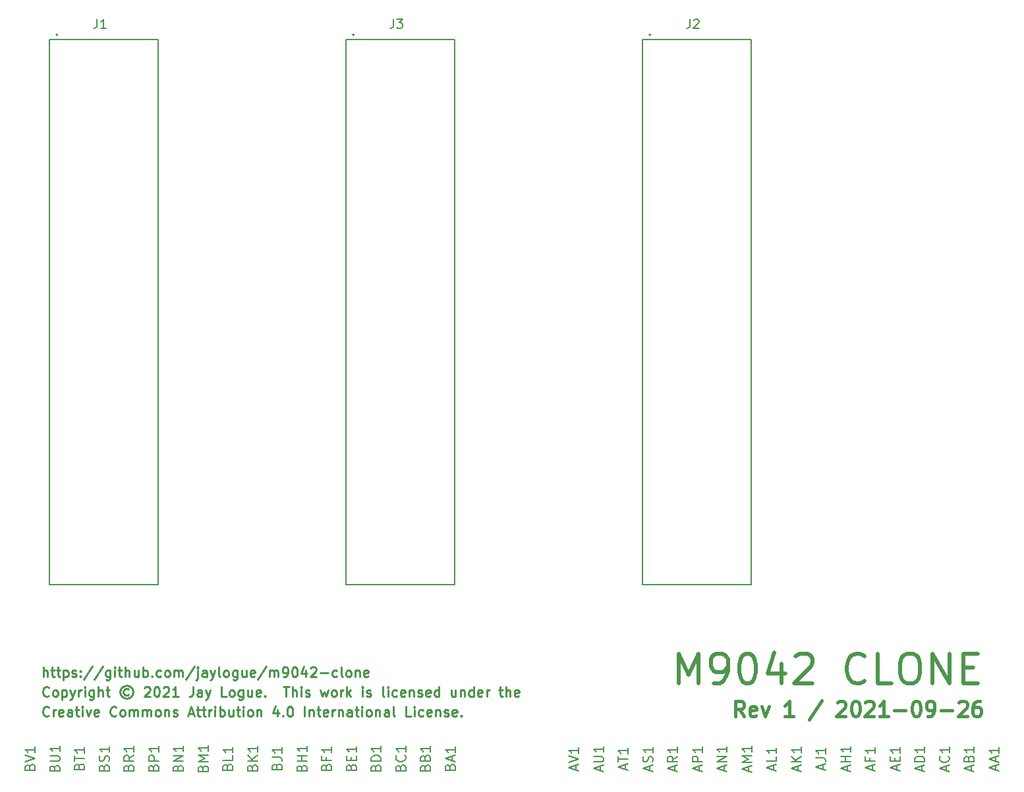
<source format=gto>
G04 #@! TF.GenerationSoftware,KiCad,Pcbnew,(5.1.10)-1*
G04 #@! TF.CreationDate,2021-09-26T13:37:53-07:00*
G04 #@! TF.ProjectId,m9042-clone,6d393034-322d-4636-9c6f-6e652e6b6963,1*
G04 #@! TF.SameCoordinates,Original*
G04 #@! TF.FileFunction,Legend,Top*
G04 #@! TF.FilePolarity,Positive*
%FSLAX46Y46*%
G04 Gerber Fmt 4.6, Leading zero omitted, Abs format (unit mm)*
G04 Created by KiCad (PCBNEW (5.1.10)-1) date 2021-09-26 13:37:53*
%MOMM*%
%LPD*%
G01*
G04 APERTURE LIST*
%ADD10C,0.254000*%
%ADD11C,0.381000*%
%ADD12C,0.508000*%
%ADD13C,0.200000*%
%ADD14C,0.127000*%
%ADD15C,0.150000*%
%ADD16C,0.203200*%
%ADD17C,0.100000*%
%ADD18C,1.240000*%
%ADD19R,1.240000X1.240000*%
%ADD20C,2.690000*%
%ADD21R,2.032000X13.208000*%
G04 APERTURE END LIST*
D10*
X280197680Y-277764723D02*
X280197680Y-276494723D01*
X280741966Y-277764723D02*
X280741966Y-277099485D01*
X280681490Y-276978533D01*
X280560538Y-276918057D01*
X280379109Y-276918057D01*
X280258157Y-276978533D01*
X280197680Y-277039009D01*
X281165300Y-276918057D02*
X281649109Y-276918057D01*
X281346728Y-276494723D02*
X281346728Y-277583295D01*
X281407204Y-277704247D01*
X281528157Y-277764723D01*
X281649109Y-277764723D01*
X281891014Y-276918057D02*
X282374823Y-276918057D01*
X282072442Y-276494723D02*
X282072442Y-277583295D01*
X282132919Y-277704247D01*
X282253871Y-277764723D01*
X282374823Y-277764723D01*
X282798157Y-276918057D02*
X282798157Y-278188057D01*
X282798157Y-276978533D02*
X282919109Y-276918057D01*
X283161014Y-276918057D01*
X283281966Y-276978533D01*
X283342442Y-277039009D01*
X283402919Y-277159961D01*
X283402919Y-277522819D01*
X283342442Y-277643771D01*
X283281966Y-277704247D01*
X283161014Y-277764723D01*
X282919109Y-277764723D01*
X282798157Y-277704247D01*
X283886728Y-277704247D02*
X284007680Y-277764723D01*
X284249585Y-277764723D01*
X284370538Y-277704247D01*
X284431014Y-277583295D01*
X284431014Y-277522819D01*
X284370538Y-277401866D01*
X284249585Y-277341390D01*
X284068157Y-277341390D01*
X283947204Y-277280914D01*
X283886728Y-277159961D01*
X283886728Y-277099485D01*
X283947204Y-276978533D01*
X284068157Y-276918057D01*
X284249585Y-276918057D01*
X284370538Y-276978533D01*
X284975300Y-277643771D02*
X285035776Y-277704247D01*
X284975300Y-277764723D01*
X284914823Y-277704247D01*
X284975300Y-277643771D01*
X284975300Y-277764723D01*
X284975300Y-276978533D02*
X285035776Y-277039009D01*
X284975300Y-277099485D01*
X284914823Y-277039009D01*
X284975300Y-276978533D01*
X284975300Y-277099485D01*
X286487204Y-276434247D02*
X285398633Y-278067104D01*
X287817680Y-276434247D02*
X286729109Y-278067104D01*
X288785300Y-276918057D02*
X288785300Y-277946152D01*
X288724823Y-278067104D01*
X288664347Y-278127580D01*
X288543395Y-278188057D01*
X288361966Y-278188057D01*
X288241014Y-278127580D01*
X288785300Y-277704247D02*
X288664347Y-277764723D01*
X288422442Y-277764723D01*
X288301490Y-277704247D01*
X288241014Y-277643771D01*
X288180538Y-277522819D01*
X288180538Y-277159961D01*
X288241014Y-277039009D01*
X288301490Y-276978533D01*
X288422442Y-276918057D01*
X288664347Y-276918057D01*
X288785300Y-276978533D01*
X289390061Y-277764723D02*
X289390061Y-276918057D01*
X289390061Y-276494723D02*
X289329585Y-276555200D01*
X289390061Y-276615676D01*
X289450538Y-276555200D01*
X289390061Y-276494723D01*
X289390061Y-276615676D01*
X289813395Y-276918057D02*
X290297204Y-276918057D01*
X289994823Y-276494723D02*
X289994823Y-277583295D01*
X290055300Y-277704247D01*
X290176252Y-277764723D01*
X290297204Y-277764723D01*
X290720538Y-277764723D02*
X290720538Y-276494723D01*
X291264823Y-277764723D02*
X291264823Y-277099485D01*
X291204347Y-276978533D01*
X291083395Y-276918057D01*
X290901966Y-276918057D01*
X290781014Y-276978533D01*
X290720538Y-277039009D01*
X292413871Y-276918057D02*
X292413871Y-277764723D01*
X291869585Y-276918057D02*
X291869585Y-277583295D01*
X291930061Y-277704247D01*
X292051014Y-277764723D01*
X292232442Y-277764723D01*
X292353395Y-277704247D01*
X292413871Y-277643771D01*
X293018633Y-277764723D02*
X293018633Y-276494723D01*
X293018633Y-276978533D02*
X293139585Y-276918057D01*
X293381490Y-276918057D01*
X293502442Y-276978533D01*
X293562919Y-277039009D01*
X293623395Y-277159961D01*
X293623395Y-277522819D01*
X293562919Y-277643771D01*
X293502442Y-277704247D01*
X293381490Y-277764723D01*
X293139585Y-277764723D01*
X293018633Y-277704247D01*
X294167680Y-277643771D02*
X294228157Y-277704247D01*
X294167680Y-277764723D01*
X294107204Y-277704247D01*
X294167680Y-277643771D01*
X294167680Y-277764723D01*
X295316728Y-277704247D02*
X295195776Y-277764723D01*
X294953871Y-277764723D01*
X294832919Y-277704247D01*
X294772442Y-277643771D01*
X294711966Y-277522819D01*
X294711966Y-277159961D01*
X294772442Y-277039009D01*
X294832919Y-276978533D01*
X294953871Y-276918057D01*
X295195776Y-276918057D01*
X295316728Y-276978533D01*
X296042442Y-277764723D02*
X295921490Y-277704247D01*
X295861014Y-277643771D01*
X295800538Y-277522819D01*
X295800538Y-277159961D01*
X295861014Y-277039009D01*
X295921490Y-276978533D01*
X296042442Y-276918057D01*
X296223871Y-276918057D01*
X296344823Y-276978533D01*
X296405300Y-277039009D01*
X296465776Y-277159961D01*
X296465776Y-277522819D01*
X296405300Y-277643771D01*
X296344823Y-277704247D01*
X296223871Y-277764723D01*
X296042442Y-277764723D01*
X297010061Y-277764723D02*
X297010061Y-276918057D01*
X297010061Y-277039009D02*
X297070538Y-276978533D01*
X297191490Y-276918057D01*
X297372919Y-276918057D01*
X297493871Y-276978533D01*
X297554347Y-277099485D01*
X297554347Y-277764723D01*
X297554347Y-277099485D02*
X297614823Y-276978533D01*
X297735776Y-276918057D01*
X297917204Y-276918057D01*
X298038157Y-276978533D01*
X298098633Y-277099485D01*
X298098633Y-277764723D01*
X299610538Y-276434247D02*
X298521966Y-278067104D01*
X300033871Y-276918057D02*
X300033871Y-278006628D01*
X299973395Y-278127580D01*
X299852442Y-278188057D01*
X299791966Y-278188057D01*
X300033871Y-276494723D02*
X299973395Y-276555200D01*
X300033871Y-276615676D01*
X300094347Y-276555200D01*
X300033871Y-276494723D01*
X300033871Y-276615676D01*
X301182919Y-277764723D02*
X301182919Y-277099485D01*
X301122442Y-276978533D01*
X301001490Y-276918057D01*
X300759585Y-276918057D01*
X300638633Y-276978533D01*
X301182919Y-277704247D02*
X301061966Y-277764723D01*
X300759585Y-277764723D01*
X300638633Y-277704247D01*
X300578157Y-277583295D01*
X300578157Y-277462342D01*
X300638633Y-277341390D01*
X300759585Y-277280914D01*
X301061966Y-277280914D01*
X301182919Y-277220438D01*
X301666728Y-276918057D02*
X301969109Y-277764723D01*
X302271490Y-276918057D02*
X301969109Y-277764723D01*
X301848157Y-278067104D01*
X301787680Y-278127580D01*
X301666728Y-278188057D01*
X302936728Y-277764723D02*
X302815776Y-277704247D01*
X302755300Y-277583295D01*
X302755300Y-276494723D01*
X303601966Y-277764723D02*
X303481014Y-277704247D01*
X303420538Y-277643771D01*
X303360061Y-277522819D01*
X303360061Y-277159961D01*
X303420538Y-277039009D01*
X303481014Y-276978533D01*
X303601966Y-276918057D01*
X303783395Y-276918057D01*
X303904347Y-276978533D01*
X303964823Y-277039009D01*
X304025300Y-277159961D01*
X304025300Y-277522819D01*
X303964823Y-277643771D01*
X303904347Y-277704247D01*
X303783395Y-277764723D01*
X303601966Y-277764723D01*
X305113871Y-276918057D02*
X305113871Y-277946152D01*
X305053395Y-278067104D01*
X304992919Y-278127580D01*
X304871966Y-278188057D01*
X304690538Y-278188057D01*
X304569585Y-278127580D01*
X305113871Y-277704247D02*
X304992919Y-277764723D01*
X304751014Y-277764723D01*
X304630061Y-277704247D01*
X304569585Y-277643771D01*
X304509109Y-277522819D01*
X304509109Y-277159961D01*
X304569585Y-277039009D01*
X304630061Y-276978533D01*
X304751014Y-276918057D01*
X304992919Y-276918057D01*
X305113871Y-276978533D01*
X306262919Y-276918057D02*
X306262919Y-277764723D01*
X305718633Y-276918057D02*
X305718633Y-277583295D01*
X305779109Y-277704247D01*
X305900061Y-277764723D01*
X306081490Y-277764723D01*
X306202442Y-277704247D01*
X306262919Y-277643771D01*
X307351490Y-277704247D02*
X307230538Y-277764723D01*
X306988633Y-277764723D01*
X306867680Y-277704247D01*
X306807204Y-277583295D01*
X306807204Y-277099485D01*
X306867680Y-276978533D01*
X306988633Y-276918057D01*
X307230538Y-276918057D01*
X307351490Y-276978533D01*
X307411966Y-277099485D01*
X307411966Y-277220438D01*
X306807204Y-277341390D01*
X308863395Y-276434247D02*
X307774823Y-278067104D01*
X309286728Y-277764723D02*
X309286728Y-276918057D01*
X309286728Y-277039009D02*
X309347204Y-276978533D01*
X309468157Y-276918057D01*
X309649585Y-276918057D01*
X309770538Y-276978533D01*
X309831014Y-277099485D01*
X309831014Y-277764723D01*
X309831014Y-277099485D02*
X309891490Y-276978533D01*
X310012442Y-276918057D01*
X310193871Y-276918057D01*
X310314823Y-276978533D01*
X310375300Y-277099485D01*
X310375300Y-277764723D01*
X311040538Y-277764723D02*
X311282442Y-277764723D01*
X311403395Y-277704247D01*
X311463871Y-277643771D01*
X311584823Y-277462342D01*
X311645300Y-277220438D01*
X311645300Y-276736628D01*
X311584823Y-276615676D01*
X311524347Y-276555200D01*
X311403395Y-276494723D01*
X311161490Y-276494723D01*
X311040538Y-276555200D01*
X310980061Y-276615676D01*
X310919585Y-276736628D01*
X310919585Y-277039009D01*
X310980061Y-277159961D01*
X311040538Y-277220438D01*
X311161490Y-277280914D01*
X311403395Y-277280914D01*
X311524347Y-277220438D01*
X311584823Y-277159961D01*
X311645300Y-277039009D01*
X312431490Y-276494723D02*
X312552442Y-276494723D01*
X312673395Y-276555200D01*
X312733871Y-276615676D01*
X312794347Y-276736628D01*
X312854823Y-276978533D01*
X312854823Y-277280914D01*
X312794347Y-277522819D01*
X312733871Y-277643771D01*
X312673395Y-277704247D01*
X312552442Y-277764723D01*
X312431490Y-277764723D01*
X312310538Y-277704247D01*
X312250061Y-277643771D01*
X312189585Y-277522819D01*
X312129109Y-277280914D01*
X312129109Y-276978533D01*
X312189585Y-276736628D01*
X312250061Y-276615676D01*
X312310538Y-276555200D01*
X312431490Y-276494723D01*
X313943395Y-276918057D02*
X313943395Y-277764723D01*
X313641014Y-276434247D02*
X313338633Y-277341390D01*
X314124823Y-277341390D01*
X314548157Y-276615676D02*
X314608633Y-276555200D01*
X314729585Y-276494723D01*
X315031966Y-276494723D01*
X315152919Y-276555200D01*
X315213395Y-276615676D01*
X315273871Y-276736628D01*
X315273871Y-276857580D01*
X315213395Y-277039009D01*
X314487680Y-277764723D01*
X315273871Y-277764723D01*
X315818157Y-277280914D02*
X316785776Y-277280914D01*
X317934823Y-277704247D02*
X317813871Y-277764723D01*
X317571966Y-277764723D01*
X317451014Y-277704247D01*
X317390538Y-277643771D01*
X317330061Y-277522819D01*
X317330061Y-277159961D01*
X317390538Y-277039009D01*
X317451014Y-276978533D01*
X317571966Y-276918057D01*
X317813871Y-276918057D01*
X317934823Y-276978533D01*
X318660538Y-277764723D02*
X318539585Y-277704247D01*
X318479109Y-277583295D01*
X318479109Y-276494723D01*
X319325776Y-277764723D02*
X319204823Y-277704247D01*
X319144347Y-277643771D01*
X319083871Y-277522819D01*
X319083871Y-277159961D01*
X319144347Y-277039009D01*
X319204823Y-276978533D01*
X319325776Y-276918057D01*
X319507204Y-276918057D01*
X319628157Y-276978533D01*
X319688633Y-277039009D01*
X319749109Y-277159961D01*
X319749109Y-277522819D01*
X319688633Y-277643771D01*
X319628157Y-277704247D01*
X319507204Y-277764723D01*
X319325776Y-277764723D01*
X320293395Y-276918057D02*
X320293395Y-277764723D01*
X320293395Y-277039009D02*
X320353871Y-276978533D01*
X320474823Y-276918057D01*
X320656252Y-276918057D01*
X320777204Y-276978533D01*
X320837680Y-277099485D01*
X320837680Y-277764723D01*
X321926252Y-277704247D02*
X321805300Y-277764723D01*
X321563395Y-277764723D01*
X321442442Y-277704247D01*
X321381966Y-277583295D01*
X321381966Y-277099485D01*
X321442442Y-276978533D01*
X321563395Y-276918057D01*
X321805300Y-276918057D01*
X321926252Y-276978533D01*
X321986728Y-277099485D01*
X321986728Y-277220438D01*
X321381966Y-277341390D01*
D11*
X370229492Y-282801785D02*
X369594492Y-281894642D01*
X369140921Y-282801785D02*
X369140921Y-280896785D01*
X369866635Y-280896785D01*
X370048064Y-280987500D01*
X370138778Y-281078214D01*
X370229492Y-281259642D01*
X370229492Y-281531785D01*
X370138778Y-281713214D01*
X370048064Y-281803928D01*
X369866635Y-281894642D01*
X369140921Y-281894642D01*
X371771635Y-282711071D02*
X371590207Y-282801785D01*
X371227350Y-282801785D01*
X371045921Y-282711071D01*
X370955207Y-282529642D01*
X370955207Y-281803928D01*
X371045921Y-281622500D01*
X371227350Y-281531785D01*
X371590207Y-281531785D01*
X371771635Y-281622500D01*
X371862350Y-281803928D01*
X371862350Y-281985357D01*
X370955207Y-282166785D01*
X372497350Y-281531785D02*
X372950921Y-282801785D01*
X373404492Y-281531785D01*
X376579492Y-282801785D02*
X375490921Y-282801785D01*
X376035207Y-282801785D02*
X376035207Y-280896785D01*
X375853778Y-281168928D01*
X375672350Y-281350357D01*
X375490921Y-281441071D01*
X380208064Y-280806071D02*
X378575207Y-283255357D01*
X382203778Y-281078214D02*
X382294492Y-280987500D01*
X382475921Y-280896785D01*
X382929492Y-280896785D01*
X383110921Y-280987500D01*
X383201635Y-281078214D01*
X383292350Y-281259642D01*
X383292350Y-281441071D01*
X383201635Y-281713214D01*
X382113064Y-282801785D01*
X383292350Y-282801785D01*
X384471635Y-280896785D02*
X384653064Y-280896785D01*
X384834492Y-280987500D01*
X384925207Y-281078214D01*
X385015921Y-281259642D01*
X385106635Y-281622500D01*
X385106635Y-282076071D01*
X385015921Y-282438928D01*
X384925207Y-282620357D01*
X384834492Y-282711071D01*
X384653064Y-282801785D01*
X384471635Y-282801785D01*
X384290207Y-282711071D01*
X384199492Y-282620357D01*
X384108778Y-282438928D01*
X384018064Y-282076071D01*
X384018064Y-281622500D01*
X384108778Y-281259642D01*
X384199492Y-281078214D01*
X384290207Y-280987500D01*
X384471635Y-280896785D01*
X385832350Y-281078214D02*
X385923064Y-280987500D01*
X386104492Y-280896785D01*
X386558064Y-280896785D01*
X386739492Y-280987500D01*
X386830207Y-281078214D01*
X386920921Y-281259642D01*
X386920921Y-281441071D01*
X386830207Y-281713214D01*
X385741635Y-282801785D01*
X386920921Y-282801785D01*
X388735207Y-282801785D02*
X387646635Y-282801785D01*
X388190921Y-282801785D02*
X388190921Y-280896785D01*
X388009492Y-281168928D01*
X387828064Y-281350357D01*
X387646635Y-281441071D01*
X389551635Y-282076071D02*
X391003064Y-282076071D01*
X392273064Y-280896785D02*
X392454492Y-280896785D01*
X392635921Y-280987500D01*
X392726635Y-281078214D01*
X392817350Y-281259642D01*
X392908064Y-281622500D01*
X392908064Y-282076071D01*
X392817350Y-282438928D01*
X392726635Y-282620357D01*
X392635921Y-282711071D01*
X392454492Y-282801785D01*
X392273064Y-282801785D01*
X392091635Y-282711071D01*
X392000921Y-282620357D01*
X391910207Y-282438928D01*
X391819492Y-282076071D01*
X391819492Y-281622500D01*
X391910207Y-281259642D01*
X392000921Y-281078214D01*
X392091635Y-280987500D01*
X392273064Y-280896785D01*
X393815207Y-282801785D02*
X394178064Y-282801785D01*
X394359492Y-282711071D01*
X394450207Y-282620357D01*
X394631635Y-282348214D01*
X394722350Y-281985357D01*
X394722350Y-281259642D01*
X394631635Y-281078214D01*
X394540921Y-280987500D01*
X394359492Y-280896785D01*
X393996635Y-280896785D01*
X393815207Y-280987500D01*
X393724492Y-281078214D01*
X393633778Y-281259642D01*
X393633778Y-281713214D01*
X393724492Y-281894642D01*
X393815207Y-281985357D01*
X393996635Y-282076071D01*
X394359492Y-282076071D01*
X394540921Y-281985357D01*
X394631635Y-281894642D01*
X394722350Y-281713214D01*
X395538778Y-282076071D02*
X396990207Y-282076071D01*
X397806635Y-281078214D02*
X397897350Y-280987500D01*
X398078778Y-280896785D01*
X398532350Y-280896785D01*
X398713778Y-280987500D01*
X398804492Y-281078214D01*
X398895207Y-281259642D01*
X398895207Y-281441071D01*
X398804492Y-281713214D01*
X397715921Y-282801785D01*
X398895207Y-282801785D01*
X400528064Y-280896785D02*
X400165207Y-280896785D01*
X399983778Y-280987500D01*
X399893064Y-281078214D01*
X399711635Y-281350357D01*
X399620921Y-281713214D01*
X399620921Y-282438928D01*
X399711635Y-282620357D01*
X399802350Y-282711071D01*
X399983778Y-282801785D01*
X400346635Y-282801785D01*
X400528064Y-282711071D01*
X400618778Y-282620357D01*
X400709492Y-282438928D01*
X400709492Y-281985357D01*
X400618778Y-281803928D01*
X400528064Y-281713214D01*
X400346635Y-281622500D01*
X399983778Y-281622500D01*
X399802350Y-281713214D01*
X399711635Y-281803928D01*
X399620921Y-281985357D01*
D10*
X280923395Y-282723771D02*
X280862919Y-282784247D01*
X280681490Y-282844723D01*
X280560538Y-282844723D01*
X280379109Y-282784247D01*
X280258157Y-282663295D01*
X280197680Y-282542342D01*
X280137204Y-282300438D01*
X280137204Y-282119009D01*
X280197680Y-281877104D01*
X280258157Y-281756152D01*
X280379109Y-281635200D01*
X280560538Y-281574723D01*
X280681490Y-281574723D01*
X280862919Y-281635200D01*
X280923395Y-281695676D01*
X281467680Y-282844723D02*
X281467680Y-281998057D01*
X281467680Y-282239961D02*
X281528157Y-282119009D01*
X281588633Y-282058533D01*
X281709585Y-281998057D01*
X281830538Y-281998057D01*
X282737680Y-282784247D02*
X282616728Y-282844723D01*
X282374823Y-282844723D01*
X282253871Y-282784247D01*
X282193395Y-282663295D01*
X282193395Y-282179485D01*
X282253871Y-282058533D01*
X282374823Y-281998057D01*
X282616728Y-281998057D01*
X282737680Y-282058533D01*
X282798157Y-282179485D01*
X282798157Y-282300438D01*
X282193395Y-282421390D01*
X283886728Y-282844723D02*
X283886728Y-282179485D01*
X283826252Y-282058533D01*
X283705300Y-281998057D01*
X283463395Y-281998057D01*
X283342442Y-282058533D01*
X283886728Y-282784247D02*
X283765776Y-282844723D01*
X283463395Y-282844723D01*
X283342442Y-282784247D01*
X283281966Y-282663295D01*
X283281966Y-282542342D01*
X283342442Y-282421390D01*
X283463395Y-282360914D01*
X283765776Y-282360914D01*
X283886728Y-282300438D01*
X284310061Y-281998057D02*
X284793871Y-281998057D01*
X284491490Y-281574723D02*
X284491490Y-282663295D01*
X284551966Y-282784247D01*
X284672919Y-282844723D01*
X284793871Y-282844723D01*
X285217204Y-282844723D02*
X285217204Y-281998057D01*
X285217204Y-281574723D02*
X285156728Y-281635200D01*
X285217204Y-281695676D01*
X285277680Y-281635200D01*
X285217204Y-281574723D01*
X285217204Y-281695676D01*
X285701014Y-281998057D02*
X286003395Y-282844723D01*
X286305776Y-281998057D01*
X287273395Y-282784247D02*
X287152442Y-282844723D01*
X286910538Y-282844723D01*
X286789585Y-282784247D01*
X286729109Y-282663295D01*
X286729109Y-282179485D01*
X286789585Y-282058533D01*
X286910538Y-281998057D01*
X287152442Y-281998057D01*
X287273395Y-282058533D01*
X287333871Y-282179485D01*
X287333871Y-282300438D01*
X286729109Y-282421390D01*
X289571490Y-282723771D02*
X289511014Y-282784247D01*
X289329585Y-282844723D01*
X289208633Y-282844723D01*
X289027204Y-282784247D01*
X288906252Y-282663295D01*
X288845776Y-282542342D01*
X288785300Y-282300438D01*
X288785300Y-282119009D01*
X288845776Y-281877104D01*
X288906252Y-281756152D01*
X289027204Y-281635200D01*
X289208633Y-281574723D01*
X289329585Y-281574723D01*
X289511014Y-281635200D01*
X289571490Y-281695676D01*
X290297204Y-282844723D02*
X290176252Y-282784247D01*
X290115776Y-282723771D01*
X290055300Y-282602819D01*
X290055300Y-282239961D01*
X290115776Y-282119009D01*
X290176252Y-282058533D01*
X290297204Y-281998057D01*
X290478633Y-281998057D01*
X290599585Y-282058533D01*
X290660061Y-282119009D01*
X290720538Y-282239961D01*
X290720538Y-282602819D01*
X290660061Y-282723771D01*
X290599585Y-282784247D01*
X290478633Y-282844723D01*
X290297204Y-282844723D01*
X291264823Y-282844723D02*
X291264823Y-281998057D01*
X291264823Y-282119009D02*
X291325300Y-282058533D01*
X291446252Y-281998057D01*
X291627680Y-281998057D01*
X291748633Y-282058533D01*
X291809109Y-282179485D01*
X291809109Y-282844723D01*
X291809109Y-282179485D02*
X291869585Y-282058533D01*
X291990538Y-281998057D01*
X292171966Y-281998057D01*
X292292919Y-282058533D01*
X292353395Y-282179485D01*
X292353395Y-282844723D01*
X292958157Y-282844723D02*
X292958157Y-281998057D01*
X292958157Y-282119009D02*
X293018633Y-282058533D01*
X293139585Y-281998057D01*
X293321014Y-281998057D01*
X293441966Y-282058533D01*
X293502442Y-282179485D01*
X293502442Y-282844723D01*
X293502442Y-282179485D02*
X293562919Y-282058533D01*
X293683871Y-281998057D01*
X293865300Y-281998057D01*
X293986252Y-282058533D01*
X294046728Y-282179485D01*
X294046728Y-282844723D01*
X294832919Y-282844723D02*
X294711966Y-282784247D01*
X294651490Y-282723771D01*
X294591014Y-282602819D01*
X294591014Y-282239961D01*
X294651490Y-282119009D01*
X294711966Y-282058533D01*
X294832919Y-281998057D01*
X295014347Y-281998057D01*
X295135300Y-282058533D01*
X295195776Y-282119009D01*
X295256252Y-282239961D01*
X295256252Y-282602819D01*
X295195776Y-282723771D01*
X295135300Y-282784247D01*
X295014347Y-282844723D01*
X294832919Y-282844723D01*
X295800538Y-281998057D02*
X295800538Y-282844723D01*
X295800538Y-282119009D02*
X295861014Y-282058533D01*
X295981966Y-281998057D01*
X296163395Y-281998057D01*
X296284347Y-282058533D01*
X296344823Y-282179485D01*
X296344823Y-282844723D01*
X296889109Y-282784247D02*
X297010061Y-282844723D01*
X297251966Y-282844723D01*
X297372919Y-282784247D01*
X297433395Y-282663295D01*
X297433395Y-282602819D01*
X297372919Y-282481866D01*
X297251966Y-282421390D01*
X297070538Y-282421390D01*
X296949585Y-282360914D01*
X296889109Y-282239961D01*
X296889109Y-282179485D01*
X296949585Y-282058533D01*
X297070538Y-281998057D01*
X297251966Y-281998057D01*
X297372919Y-282058533D01*
X298884823Y-282481866D02*
X299489585Y-282481866D01*
X298763871Y-282844723D02*
X299187204Y-281574723D01*
X299610538Y-282844723D01*
X299852442Y-281998057D02*
X300336252Y-281998057D01*
X300033871Y-281574723D02*
X300033871Y-282663295D01*
X300094347Y-282784247D01*
X300215300Y-282844723D01*
X300336252Y-282844723D01*
X300578157Y-281998057D02*
X301061966Y-281998057D01*
X300759585Y-281574723D02*
X300759585Y-282663295D01*
X300820061Y-282784247D01*
X300941014Y-282844723D01*
X301061966Y-282844723D01*
X301485300Y-282844723D02*
X301485300Y-281998057D01*
X301485300Y-282239961D02*
X301545776Y-282119009D01*
X301606252Y-282058533D01*
X301727204Y-281998057D01*
X301848157Y-281998057D01*
X302271490Y-282844723D02*
X302271490Y-281998057D01*
X302271490Y-281574723D02*
X302211014Y-281635200D01*
X302271490Y-281695676D01*
X302331966Y-281635200D01*
X302271490Y-281574723D01*
X302271490Y-281695676D01*
X302876252Y-282844723D02*
X302876252Y-281574723D01*
X302876252Y-282058533D02*
X302997204Y-281998057D01*
X303239109Y-281998057D01*
X303360061Y-282058533D01*
X303420538Y-282119009D01*
X303481014Y-282239961D01*
X303481014Y-282602819D01*
X303420538Y-282723771D01*
X303360061Y-282784247D01*
X303239109Y-282844723D01*
X302997204Y-282844723D01*
X302876252Y-282784247D01*
X304569585Y-281998057D02*
X304569585Y-282844723D01*
X304025300Y-281998057D02*
X304025300Y-282663295D01*
X304085776Y-282784247D01*
X304206728Y-282844723D01*
X304388157Y-282844723D01*
X304509109Y-282784247D01*
X304569585Y-282723771D01*
X304992919Y-281998057D02*
X305476728Y-281998057D01*
X305174347Y-281574723D02*
X305174347Y-282663295D01*
X305234823Y-282784247D01*
X305355776Y-282844723D01*
X305476728Y-282844723D01*
X305900061Y-282844723D02*
X305900061Y-281998057D01*
X305900061Y-281574723D02*
X305839585Y-281635200D01*
X305900061Y-281695676D01*
X305960538Y-281635200D01*
X305900061Y-281574723D01*
X305900061Y-281695676D01*
X306686252Y-282844723D02*
X306565300Y-282784247D01*
X306504823Y-282723771D01*
X306444347Y-282602819D01*
X306444347Y-282239961D01*
X306504823Y-282119009D01*
X306565300Y-282058533D01*
X306686252Y-281998057D01*
X306867680Y-281998057D01*
X306988633Y-282058533D01*
X307049109Y-282119009D01*
X307109585Y-282239961D01*
X307109585Y-282602819D01*
X307049109Y-282723771D01*
X306988633Y-282784247D01*
X306867680Y-282844723D01*
X306686252Y-282844723D01*
X307653871Y-281998057D02*
X307653871Y-282844723D01*
X307653871Y-282119009D02*
X307714347Y-282058533D01*
X307835300Y-281998057D01*
X308016728Y-281998057D01*
X308137680Y-282058533D01*
X308198157Y-282179485D01*
X308198157Y-282844723D01*
X310314823Y-281998057D02*
X310314823Y-282844723D01*
X310012442Y-281514247D02*
X309710061Y-282421390D01*
X310496252Y-282421390D01*
X310980061Y-282723771D02*
X311040538Y-282784247D01*
X310980061Y-282844723D01*
X310919585Y-282784247D01*
X310980061Y-282723771D01*
X310980061Y-282844723D01*
X311826728Y-281574723D02*
X311947680Y-281574723D01*
X312068633Y-281635200D01*
X312129109Y-281695676D01*
X312189585Y-281816628D01*
X312250061Y-282058533D01*
X312250061Y-282360914D01*
X312189585Y-282602819D01*
X312129109Y-282723771D01*
X312068633Y-282784247D01*
X311947680Y-282844723D01*
X311826728Y-282844723D01*
X311705776Y-282784247D01*
X311645300Y-282723771D01*
X311584823Y-282602819D01*
X311524347Y-282360914D01*
X311524347Y-282058533D01*
X311584823Y-281816628D01*
X311645300Y-281695676D01*
X311705776Y-281635200D01*
X311826728Y-281574723D01*
X313761966Y-282844723D02*
X313761966Y-281574723D01*
X314366728Y-281998057D02*
X314366728Y-282844723D01*
X314366728Y-282119009D02*
X314427204Y-282058533D01*
X314548157Y-281998057D01*
X314729585Y-281998057D01*
X314850538Y-282058533D01*
X314911014Y-282179485D01*
X314911014Y-282844723D01*
X315334347Y-281998057D02*
X315818157Y-281998057D01*
X315515776Y-281574723D02*
X315515776Y-282663295D01*
X315576252Y-282784247D01*
X315697204Y-282844723D01*
X315818157Y-282844723D01*
X316725300Y-282784247D02*
X316604347Y-282844723D01*
X316362442Y-282844723D01*
X316241490Y-282784247D01*
X316181014Y-282663295D01*
X316181014Y-282179485D01*
X316241490Y-282058533D01*
X316362442Y-281998057D01*
X316604347Y-281998057D01*
X316725300Y-282058533D01*
X316785776Y-282179485D01*
X316785776Y-282300438D01*
X316181014Y-282421390D01*
X317330061Y-282844723D02*
X317330061Y-281998057D01*
X317330061Y-282239961D02*
X317390538Y-282119009D01*
X317451014Y-282058533D01*
X317571966Y-281998057D01*
X317692919Y-281998057D01*
X318116252Y-281998057D02*
X318116252Y-282844723D01*
X318116252Y-282119009D02*
X318176728Y-282058533D01*
X318297680Y-281998057D01*
X318479109Y-281998057D01*
X318600061Y-282058533D01*
X318660538Y-282179485D01*
X318660538Y-282844723D01*
X319809585Y-282844723D02*
X319809585Y-282179485D01*
X319749109Y-282058533D01*
X319628157Y-281998057D01*
X319386252Y-281998057D01*
X319265300Y-282058533D01*
X319809585Y-282784247D02*
X319688633Y-282844723D01*
X319386252Y-282844723D01*
X319265300Y-282784247D01*
X319204823Y-282663295D01*
X319204823Y-282542342D01*
X319265300Y-282421390D01*
X319386252Y-282360914D01*
X319688633Y-282360914D01*
X319809585Y-282300438D01*
X320232919Y-281998057D02*
X320716728Y-281998057D01*
X320414347Y-281574723D02*
X320414347Y-282663295D01*
X320474823Y-282784247D01*
X320595776Y-282844723D01*
X320716728Y-282844723D01*
X321140061Y-282844723D02*
X321140061Y-281998057D01*
X321140061Y-281574723D02*
X321079585Y-281635200D01*
X321140061Y-281695676D01*
X321200538Y-281635200D01*
X321140061Y-281574723D01*
X321140061Y-281695676D01*
X321926252Y-282844723D02*
X321805300Y-282784247D01*
X321744823Y-282723771D01*
X321684347Y-282602819D01*
X321684347Y-282239961D01*
X321744823Y-282119009D01*
X321805300Y-282058533D01*
X321926252Y-281998057D01*
X322107680Y-281998057D01*
X322228633Y-282058533D01*
X322289109Y-282119009D01*
X322349585Y-282239961D01*
X322349585Y-282602819D01*
X322289109Y-282723771D01*
X322228633Y-282784247D01*
X322107680Y-282844723D01*
X321926252Y-282844723D01*
X322893871Y-281998057D02*
X322893871Y-282844723D01*
X322893871Y-282119009D02*
X322954347Y-282058533D01*
X323075300Y-281998057D01*
X323256728Y-281998057D01*
X323377680Y-282058533D01*
X323438157Y-282179485D01*
X323438157Y-282844723D01*
X324587204Y-282844723D02*
X324587204Y-282179485D01*
X324526728Y-282058533D01*
X324405776Y-281998057D01*
X324163871Y-281998057D01*
X324042919Y-282058533D01*
X324587204Y-282784247D02*
X324466252Y-282844723D01*
X324163871Y-282844723D01*
X324042919Y-282784247D01*
X323982442Y-282663295D01*
X323982442Y-282542342D01*
X324042919Y-282421390D01*
X324163871Y-282360914D01*
X324466252Y-282360914D01*
X324587204Y-282300438D01*
X325373395Y-282844723D02*
X325252442Y-282784247D01*
X325191966Y-282663295D01*
X325191966Y-281574723D01*
X327429585Y-282844723D02*
X326824823Y-282844723D01*
X326824823Y-281574723D01*
X327852919Y-282844723D02*
X327852919Y-281998057D01*
X327852919Y-281574723D02*
X327792442Y-281635200D01*
X327852919Y-281695676D01*
X327913395Y-281635200D01*
X327852919Y-281574723D01*
X327852919Y-281695676D01*
X329001966Y-282784247D02*
X328881014Y-282844723D01*
X328639109Y-282844723D01*
X328518157Y-282784247D01*
X328457680Y-282723771D01*
X328397204Y-282602819D01*
X328397204Y-282239961D01*
X328457680Y-282119009D01*
X328518157Y-282058533D01*
X328639109Y-281998057D01*
X328881014Y-281998057D01*
X329001966Y-282058533D01*
X330030061Y-282784247D02*
X329909109Y-282844723D01*
X329667204Y-282844723D01*
X329546252Y-282784247D01*
X329485776Y-282663295D01*
X329485776Y-282179485D01*
X329546252Y-282058533D01*
X329667204Y-281998057D01*
X329909109Y-281998057D01*
X330030061Y-282058533D01*
X330090538Y-282179485D01*
X330090538Y-282300438D01*
X329485776Y-282421390D01*
X330634823Y-281998057D02*
X330634823Y-282844723D01*
X330634823Y-282119009D02*
X330695300Y-282058533D01*
X330816252Y-281998057D01*
X330997680Y-281998057D01*
X331118633Y-282058533D01*
X331179109Y-282179485D01*
X331179109Y-282844723D01*
X331723395Y-282784247D02*
X331844347Y-282844723D01*
X332086252Y-282844723D01*
X332207204Y-282784247D01*
X332267680Y-282663295D01*
X332267680Y-282602819D01*
X332207204Y-282481866D01*
X332086252Y-282421390D01*
X331904823Y-282421390D01*
X331783871Y-282360914D01*
X331723395Y-282239961D01*
X331723395Y-282179485D01*
X331783871Y-282058533D01*
X331904823Y-281998057D01*
X332086252Y-281998057D01*
X332207204Y-282058533D01*
X333295776Y-282784247D02*
X333174823Y-282844723D01*
X332932919Y-282844723D01*
X332811966Y-282784247D01*
X332751490Y-282663295D01*
X332751490Y-282179485D01*
X332811966Y-282058533D01*
X332932919Y-281998057D01*
X333174823Y-281998057D01*
X333295776Y-282058533D01*
X333356252Y-282179485D01*
X333356252Y-282300438D01*
X332751490Y-282421390D01*
X333900538Y-282723771D02*
X333961014Y-282784247D01*
X333900538Y-282844723D01*
X333840061Y-282784247D01*
X333900538Y-282723771D01*
X333900538Y-282844723D01*
X280923395Y-280183771D02*
X280862919Y-280244247D01*
X280681490Y-280304723D01*
X280560538Y-280304723D01*
X280379109Y-280244247D01*
X280258157Y-280123295D01*
X280197680Y-280002342D01*
X280137204Y-279760438D01*
X280137204Y-279579009D01*
X280197680Y-279337104D01*
X280258157Y-279216152D01*
X280379109Y-279095200D01*
X280560538Y-279034723D01*
X280681490Y-279034723D01*
X280862919Y-279095200D01*
X280923395Y-279155676D01*
X281649109Y-280304723D02*
X281528157Y-280244247D01*
X281467680Y-280183771D01*
X281407204Y-280062819D01*
X281407204Y-279699961D01*
X281467680Y-279579009D01*
X281528157Y-279518533D01*
X281649109Y-279458057D01*
X281830538Y-279458057D01*
X281951490Y-279518533D01*
X282011966Y-279579009D01*
X282072442Y-279699961D01*
X282072442Y-280062819D01*
X282011966Y-280183771D01*
X281951490Y-280244247D01*
X281830538Y-280304723D01*
X281649109Y-280304723D01*
X282616728Y-279458057D02*
X282616728Y-280728057D01*
X282616728Y-279518533D02*
X282737680Y-279458057D01*
X282979585Y-279458057D01*
X283100538Y-279518533D01*
X283161014Y-279579009D01*
X283221490Y-279699961D01*
X283221490Y-280062819D01*
X283161014Y-280183771D01*
X283100538Y-280244247D01*
X282979585Y-280304723D01*
X282737680Y-280304723D01*
X282616728Y-280244247D01*
X283644823Y-279458057D02*
X283947204Y-280304723D01*
X284249585Y-279458057D02*
X283947204Y-280304723D01*
X283826252Y-280607104D01*
X283765776Y-280667580D01*
X283644823Y-280728057D01*
X284733395Y-280304723D02*
X284733395Y-279458057D01*
X284733395Y-279699961D02*
X284793871Y-279579009D01*
X284854347Y-279518533D01*
X284975300Y-279458057D01*
X285096252Y-279458057D01*
X285519585Y-280304723D02*
X285519585Y-279458057D01*
X285519585Y-279034723D02*
X285459109Y-279095200D01*
X285519585Y-279155676D01*
X285580061Y-279095200D01*
X285519585Y-279034723D01*
X285519585Y-279155676D01*
X286668633Y-279458057D02*
X286668633Y-280486152D01*
X286608157Y-280607104D01*
X286547680Y-280667580D01*
X286426728Y-280728057D01*
X286245300Y-280728057D01*
X286124347Y-280667580D01*
X286668633Y-280244247D02*
X286547680Y-280304723D01*
X286305776Y-280304723D01*
X286184823Y-280244247D01*
X286124347Y-280183771D01*
X286063871Y-280062819D01*
X286063871Y-279699961D01*
X286124347Y-279579009D01*
X286184823Y-279518533D01*
X286305776Y-279458057D01*
X286547680Y-279458057D01*
X286668633Y-279518533D01*
X287273395Y-280304723D02*
X287273395Y-279034723D01*
X287817680Y-280304723D02*
X287817680Y-279639485D01*
X287757204Y-279518533D01*
X287636252Y-279458057D01*
X287454823Y-279458057D01*
X287333871Y-279518533D01*
X287273395Y-279579009D01*
X288241014Y-279458057D02*
X288724823Y-279458057D01*
X288422442Y-279034723D02*
X288422442Y-280123295D01*
X288482919Y-280244247D01*
X288603871Y-280304723D01*
X288724823Y-280304723D01*
X291143871Y-279337104D02*
X291022919Y-279276628D01*
X290781014Y-279276628D01*
X290660061Y-279337104D01*
X290539109Y-279458057D01*
X290478633Y-279579009D01*
X290478633Y-279820914D01*
X290539109Y-279941866D01*
X290660061Y-280062819D01*
X290781014Y-280123295D01*
X291022919Y-280123295D01*
X291143871Y-280062819D01*
X290901966Y-278853295D02*
X290599585Y-278913771D01*
X290297204Y-279095200D01*
X290115776Y-279397580D01*
X290055300Y-279699961D01*
X290115776Y-280002342D01*
X290297204Y-280304723D01*
X290599585Y-280486152D01*
X290901966Y-280546628D01*
X291204347Y-280486152D01*
X291506728Y-280304723D01*
X291688157Y-280002342D01*
X291748633Y-279699961D01*
X291688157Y-279397580D01*
X291506728Y-279095200D01*
X291204347Y-278913771D01*
X290901966Y-278853295D01*
X293200061Y-279155676D02*
X293260538Y-279095200D01*
X293381490Y-279034723D01*
X293683871Y-279034723D01*
X293804823Y-279095200D01*
X293865300Y-279155676D01*
X293925776Y-279276628D01*
X293925776Y-279397580D01*
X293865300Y-279579009D01*
X293139585Y-280304723D01*
X293925776Y-280304723D01*
X294711966Y-279034723D02*
X294832919Y-279034723D01*
X294953871Y-279095200D01*
X295014347Y-279155676D01*
X295074823Y-279276628D01*
X295135300Y-279518533D01*
X295135300Y-279820914D01*
X295074823Y-280062819D01*
X295014347Y-280183771D01*
X294953871Y-280244247D01*
X294832919Y-280304723D01*
X294711966Y-280304723D01*
X294591014Y-280244247D01*
X294530538Y-280183771D01*
X294470061Y-280062819D01*
X294409585Y-279820914D01*
X294409585Y-279518533D01*
X294470061Y-279276628D01*
X294530538Y-279155676D01*
X294591014Y-279095200D01*
X294711966Y-279034723D01*
X295619109Y-279155676D02*
X295679585Y-279095200D01*
X295800538Y-279034723D01*
X296102919Y-279034723D01*
X296223871Y-279095200D01*
X296284347Y-279155676D01*
X296344823Y-279276628D01*
X296344823Y-279397580D01*
X296284347Y-279579009D01*
X295558633Y-280304723D01*
X296344823Y-280304723D01*
X297554347Y-280304723D02*
X296828633Y-280304723D01*
X297191490Y-280304723D02*
X297191490Y-279034723D01*
X297070538Y-279216152D01*
X296949585Y-279337104D01*
X296828633Y-279397580D01*
X299429109Y-279034723D02*
X299429109Y-279941866D01*
X299368633Y-280123295D01*
X299247680Y-280244247D01*
X299066252Y-280304723D01*
X298945300Y-280304723D01*
X300578157Y-280304723D02*
X300578157Y-279639485D01*
X300517680Y-279518533D01*
X300396728Y-279458057D01*
X300154823Y-279458057D01*
X300033871Y-279518533D01*
X300578157Y-280244247D02*
X300457204Y-280304723D01*
X300154823Y-280304723D01*
X300033871Y-280244247D01*
X299973395Y-280123295D01*
X299973395Y-280002342D01*
X300033871Y-279881390D01*
X300154823Y-279820914D01*
X300457204Y-279820914D01*
X300578157Y-279760438D01*
X301061966Y-279458057D02*
X301364347Y-280304723D01*
X301666728Y-279458057D02*
X301364347Y-280304723D01*
X301243395Y-280607104D01*
X301182919Y-280667580D01*
X301061966Y-280728057D01*
X303722919Y-280304723D02*
X303118157Y-280304723D01*
X303118157Y-279034723D01*
X304327680Y-280304723D02*
X304206728Y-280244247D01*
X304146252Y-280183771D01*
X304085776Y-280062819D01*
X304085776Y-279699961D01*
X304146252Y-279579009D01*
X304206728Y-279518533D01*
X304327680Y-279458057D01*
X304509109Y-279458057D01*
X304630061Y-279518533D01*
X304690538Y-279579009D01*
X304751014Y-279699961D01*
X304751014Y-280062819D01*
X304690538Y-280183771D01*
X304630061Y-280244247D01*
X304509109Y-280304723D01*
X304327680Y-280304723D01*
X305839585Y-279458057D02*
X305839585Y-280486152D01*
X305779109Y-280607104D01*
X305718633Y-280667580D01*
X305597680Y-280728057D01*
X305416252Y-280728057D01*
X305295300Y-280667580D01*
X305839585Y-280244247D02*
X305718633Y-280304723D01*
X305476728Y-280304723D01*
X305355776Y-280244247D01*
X305295300Y-280183771D01*
X305234823Y-280062819D01*
X305234823Y-279699961D01*
X305295300Y-279579009D01*
X305355776Y-279518533D01*
X305476728Y-279458057D01*
X305718633Y-279458057D01*
X305839585Y-279518533D01*
X306988633Y-279458057D02*
X306988633Y-280304723D01*
X306444347Y-279458057D02*
X306444347Y-280123295D01*
X306504823Y-280244247D01*
X306625776Y-280304723D01*
X306807204Y-280304723D01*
X306928157Y-280244247D01*
X306988633Y-280183771D01*
X308077204Y-280244247D02*
X307956252Y-280304723D01*
X307714347Y-280304723D01*
X307593395Y-280244247D01*
X307532919Y-280123295D01*
X307532919Y-279639485D01*
X307593395Y-279518533D01*
X307714347Y-279458057D01*
X307956252Y-279458057D01*
X308077204Y-279518533D01*
X308137680Y-279639485D01*
X308137680Y-279760438D01*
X307532919Y-279881390D01*
X308681966Y-280183771D02*
X308742442Y-280244247D01*
X308681966Y-280304723D01*
X308621490Y-280244247D01*
X308681966Y-280183771D01*
X308681966Y-280304723D01*
X311040538Y-279034723D02*
X311766252Y-279034723D01*
X311403395Y-280304723D02*
X311403395Y-279034723D01*
X312189585Y-280304723D02*
X312189585Y-279034723D01*
X312733871Y-280304723D02*
X312733871Y-279639485D01*
X312673395Y-279518533D01*
X312552442Y-279458057D01*
X312371014Y-279458057D01*
X312250061Y-279518533D01*
X312189585Y-279579009D01*
X313338633Y-280304723D02*
X313338633Y-279458057D01*
X313338633Y-279034723D02*
X313278157Y-279095200D01*
X313338633Y-279155676D01*
X313399109Y-279095200D01*
X313338633Y-279034723D01*
X313338633Y-279155676D01*
X313882919Y-280244247D02*
X314003871Y-280304723D01*
X314245776Y-280304723D01*
X314366728Y-280244247D01*
X314427204Y-280123295D01*
X314427204Y-280062819D01*
X314366728Y-279941866D01*
X314245776Y-279881390D01*
X314064347Y-279881390D01*
X313943395Y-279820914D01*
X313882919Y-279699961D01*
X313882919Y-279639485D01*
X313943395Y-279518533D01*
X314064347Y-279458057D01*
X314245776Y-279458057D01*
X314366728Y-279518533D01*
X315818157Y-279458057D02*
X316060061Y-280304723D01*
X316301966Y-279699961D01*
X316543871Y-280304723D01*
X316785776Y-279458057D01*
X317451014Y-280304723D02*
X317330061Y-280244247D01*
X317269585Y-280183771D01*
X317209109Y-280062819D01*
X317209109Y-279699961D01*
X317269585Y-279579009D01*
X317330061Y-279518533D01*
X317451014Y-279458057D01*
X317632442Y-279458057D01*
X317753395Y-279518533D01*
X317813871Y-279579009D01*
X317874347Y-279699961D01*
X317874347Y-280062819D01*
X317813871Y-280183771D01*
X317753395Y-280244247D01*
X317632442Y-280304723D01*
X317451014Y-280304723D01*
X318418633Y-280304723D02*
X318418633Y-279458057D01*
X318418633Y-279699961D02*
X318479109Y-279579009D01*
X318539585Y-279518533D01*
X318660538Y-279458057D01*
X318781490Y-279458057D01*
X319204823Y-280304723D02*
X319204823Y-279034723D01*
X319325776Y-279820914D02*
X319688633Y-280304723D01*
X319688633Y-279458057D02*
X319204823Y-279941866D01*
X321200538Y-280304723D02*
X321200538Y-279458057D01*
X321200538Y-279034723D02*
X321140061Y-279095200D01*
X321200538Y-279155676D01*
X321261014Y-279095200D01*
X321200538Y-279034723D01*
X321200538Y-279155676D01*
X321744823Y-280244247D02*
X321865776Y-280304723D01*
X322107680Y-280304723D01*
X322228633Y-280244247D01*
X322289109Y-280123295D01*
X322289109Y-280062819D01*
X322228633Y-279941866D01*
X322107680Y-279881390D01*
X321926252Y-279881390D01*
X321805300Y-279820914D01*
X321744823Y-279699961D01*
X321744823Y-279639485D01*
X321805300Y-279518533D01*
X321926252Y-279458057D01*
X322107680Y-279458057D01*
X322228633Y-279518533D01*
X323982442Y-280304723D02*
X323861490Y-280244247D01*
X323801014Y-280123295D01*
X323801014Y-279034723D01*
X324466252Y-280304723D02*
X324466252Y-279458057D01*
X324466252Y-279034723D02*
X324405776Y-279095200D01*
X324466252Y-279155676D01*
X324526728Y-279095200D01*
X324466252Y-279034723D01*
X324466252Y-279155676D01*
X325615300Y-280244247D02*
X325494347Y-280304723D01*
X325252442Y-280304723D01*
X325131490Y-280244247D01*
X325071014Y-280183771D01*
X325010538Y-280062819D01*
X325010538Y-279699961D01*
X325071014Y-279579009D01*
X325131490Y-279518533D01*
X325252442Y-279458057D01*
X325494347Y-279458057D01*
X325615300Y-279518533D01*
X326643395Y-280244247D02*
X326522442Y-280304723D01*
X326280538Y-280304723D01*
X326159585Y-280244247D01*
X326099109Y-280123295D01*
X326099109Y-279639485D01*
X326159585Y-279518533D01*
X326280538Y-279458057D01*
X326522442Y-279458057D01*
X326643395Y-279518533D01*
X326703871Y-279639485D01*
X326703871Y-279760438D01*
X326099109Y-279881390D01*
X327248157Y-279458057D02*
X327248157Y-280304723D01*
X327248157Y-279579009D02*
X327308633Y-279518533D01*
X327429585Y-279458057D01*
X327611014Y-279458057D01*
X327731966Y-279518533D01*
X327792442Y-279639485D01*
X327792442Y-280304723D01*
X328336728Y-280244247D02*
X328457680Y-280304723D01*
X328699585Y-280304723D01*
X328820538Y-280244247D01*
X328881014Y-280123295D01*
X328881014Y-280062819D01*
X328820538Y-279941866D01*
X328699585Y-279881390D01*
X328518157Y-279881390D01*
X328397204Y-279820914D01*
X328336728Y-279699961D01*
X328336728Y-279639485D01*
X328397204Y-279518533D01*
X328518157Y-279458057D01*
X328699585Y-279458057D01*
X328820538Y-279518533D01*
X329909109Y-280244247D02*
X329788157Y-280304723D01*
X329546252Y-280304723D01*
X329425300Y-280244247D01*
X329364823Y-280123295D01*
X329364823Y-279639485D01*
X329425300Y-279518533D01*
X329546252Y-279458057D01*
X329788157Y-279458057D01*
X329909109Y-279518533D01*
X329969585Y-279639485D01*
X329969585Y-279760438D01*
X329364823Y-279881390D01*
X331058157Y-280304723D02*
X331058157Y-279034723D01*
X331058157Y-280244247D02*
X330937204Y-280304723D01*
X330695300Y-280304723D01*
X330574347Y-280244247D01*
X330513871Y-280183771D01*
X330453395Y-280062819D01*
X330453395Y-279699961D01*
X330513871Y-279579009D01*
X330574347Y-279518533D01*
X330695300Y-279458057D01*
X330937204Y-279458057D01*
X331058157Y-279518533D01*
X333174823Y-279458057D02*
X333174823Y-280304723D01*
X332630538Y-279458057D02*
X332630538Y-280123295D01*
X332691014Y-280244247D01*
X332811966Y-280304723D01*
X332993395Y-280304723D01*
X333114347Y-280244247D01*
X333174823Y-280183771D01*
X333779585Y-279458057D02*
X333779585Y-280304723D01*
X333779585Y-279579009D02*
X333840061Y-279518533D01*
X333961014Y-279458057D01*
X334142442Y-279458057D01*
X334263395Y-279518533D01*
X334323871Y-279639485D01*
X334323871Y-280304723D01*
X335472919Y-280304723D02*
X335472919Y-279034723D01*
X335472919Y-280244247D02*
X335351966Y-280304723D01*
X335110061Y-280304723D01*
X334989109Y-280244247D01*
X334928633Y-280183771D01*
X334868157Y-280062819D01*
X334868157Y-279699961D01*
X334928633Y-279579009D01*
X334989109Y-279518533D01*
X335110061Y-279458057D01*
X335351966Y-279458057D01*
X335472919Y-279518533D01*
X336561490Y-280244247D02*
X336440538Y-280304723D01*
X336198633Y-280304723D01*
X336077680Y-280244247D01*
X336017204Y-280123295D01*
X336017204Y-279639485D01*
X336077680Y-279518533D01*
X336198633Y-279458057D01*
X336440538Y-279458057D01*
X336561490Y-279518533D01*
X336621966Y-279639485D01*
X336621966Y-279760438D01*
X336017204Y-279881390D01*
X337166252Y-280304723D02*
X337166252Y-279458057D01*
X337166252Y-279699961D02*
X337226728Y-279579009D01*
X337287204Y-279518533D01*
X337408157Y-279458057D01*
X337529109Y-279458057D01*
X338738633Y-279458057D02*
X339222442Y-279458057D01*
X338920061Y-279034723D02*
X338920061Y-280123295D01*
X338980538Y-280244247D01*
X339101490Y-280304723D01*
X339222442Y-280304723D01*
X339645776Y-280304723D02*
X339645776Y-279034723D01*
X340190061Y-280304723D02*
X340190061Y-279639485D01*
X340129585Y-279518533D01*
X340008633Y-279458057D01*
X339827204Y-279458057D01*
X339706252Y-279518533D01*
X339645776Y-279579009D01*
X341278633Y-280244247D02*
X341157680Y-280304723D01*
X340915776Y-280304723D01*
X340794823Y-280244247D01*
X340734347Y-280123295D01*
X340734347Y-279639485D01*
X340794823Y-279518533D01*
X340915776Y-279458057D01*
X341157680Y-279458057D01*
X341278633Y-279518533D01*
X341339109Y-279639485D01*
X341339109Y-279760438D01*
X340734347Y-279881390D01*
D12*
X361801228Y-278583571D02*
X361801228Y-274773571D01*
X363071228Y-277495000D01*
X364341228Y-274773571D01*
X364341228Y-278583571D01*
X366336942Y-278583571D02*
X367062657Y-278583571D01*
X367425514Y-278402142D01*
X367606942Y-278220714D01*
X367969800Y-277676428D01*
X368151228Y-276950714D01*
X368151228Y-275499285D01*
X367969800Y-275136428D01*
X367788371Y-274955000D01*
X367425514Y-274773571D01*
X366699800Y-274773571D01*
X366336942Y-274955000D01*
X366155514Y-275136428D01*
X365974085Y-275499285D01*
X365974085Y-276406428D01*
X366155514Y-276769285D01*
X366336942Y-276950714D01*
X366699800Y-277132142D01*
X367425514Y-277132142D01*
X367788371Y-276950714D01*
X367969800Y-276769285D01*
X368151228Y-276406428D01*
X370509800Y-274773571D02*
X370872657Y-274773571D01*
X371235514Y-274955000D01*
X371416942Y-275136428D01*
X371598371Y-275499285D01*
X371779800Y-276225000D01*
X371779800Y-277132142D01*
X371598371Y-277857857D01*
X371416942Y-278220714D01*
X371235514Y-278402142D01*
X370872657Y-278583571D01*
X370509800Y-278583571D01*
X370146942Y-278402142D01*
X369965514Y-278220714D01*
X369784085Y-277857857D01*
X369602657Y-277132142D01*
X369602657Y-276225000D01*
X369784085Y-275499285D01*
X369965514Y-275136428D01*
X370146942Y-274955000D01*
X370509800Y-274773571D01*
X375045514Y-276043571D02*
X375045514Y-278583571D01*
X374138371Y-274592142D02*
X373231228Y-277313571D01*
X375589800Y-277313571D01*
X376859800Y-275136428D02*
X377041228Y-274955000D01*
X377404085Y-274773571D01*
X378311228Y-274773571D01*
X378674085Y-274955000D01*
X378855514Y-275136428D01*
X379036942Y-275499285D01*
X379036942Y-275862142D01*
X378855514Y-276406428D01*
X376678371Y-278583571D01*
X379036942Y-278583571D01*
X385749800Y-278220714D02*
X385568371Y-278402142D01*
X385024085Y-278583571D01*
X384661228Y-278583571D01*
X384116942Y-278402142D01*
X383754085Y-278039285D01*
X383572657Y-277676428D01*
X383391228Y-276950714D01*
X383391228Y-276406428D01*
X383572657Y-275680714D01*
X383754085Y-275317857D01*
X384116942Y-274955000D01*
X384661228Y-274773571D01*
X385024085Y-274773571D01*
X385568371Y-274955000D01*
X385749800Y-275136428D01*
X389196942Y-278583571D02*
X387382657Y-278583571D01*
X387382657Y-274773571D01*
X391192657Y-274773571D02*
X391918371Y-274773571D01*
X392281228Y-274955000D01*
X392644085Y-275317857D01*
X392825514Y-276043571D01*
X392825514Y-277313571D01*
X392644085Y-278039285D01*
X392281228Y-278402142D01*
X391918371Y-278583571D01*
X391192657Y-278583571D01*
X390829800Y-278402142D01*
X390466942Y-278039285D01*
X390285514Y-277313571D01*
X390285514Y-276043571D01*
X390466942Y-275317857D01*
X390829800Y-274955000D01*
X391192657Y-274773571D01*
X394458371Y-278583571D02*
X394458371Y-274773571D01*
X396635514Y-278583571D01*
X396635514Y-274773571D01*
X398449800Y-276587857D02*
X399719800Y-276587857D01*
X400264085Y-278583571D02*
X398449800Y-278583571D01*
X398449800Y-274773571D01*
X400264085Y-274773571D01*
D13*
X358240000Y-195186000D02*
G75*
G03*
X358240000Y-195186000I-100000J0D01*
G01*
D14*
X357170000Y-265936000D02*
X357170000Y-195836000D01*
X371110000Y-265936000D02*
X371110000Y-195836000D01*
X371110000Y-265936000D02*
X357170000Y-265936000D01*
X357170000Y-195836000D02*
X371110000Y-195836000D01*
X319070000Y-195836000D02*
X333010000Y-195836000D01*
X333010000Y-265936000D02*
X319070000Y-265936000D01*
X333010000Y-265936000D02*
X333010000Y-195836000D01*
X319070000Y-265936000D02*
X319070000Y-195836000D01*
D13*
X320140000Y-195186000D02*
G75*
G03*
X320140000Y-195186000I-100000J0D01*
G01*
X282040000Y-195186000D02*
G75*
G03*
X282040000Y-195186000I-100000J0D01*
G01*
D14*
X280970000Y-265936000D02*
X280970000Y-195836000D01*
X294910000Y-265936000D02*
X294910000Y-195836000D01*
X294910000Y-265936000D02*
X280970000Y-265936000D01*
X280970000Y-195836000D02*
X294910000Y-195836000D01*
D15*
X363296200Y-193201471D02*
X363296200Y-194017900D01*
X363241771Y-194181185D01*
X363132914Y-194290042D01*
X362969628Y-194344471D01*
X362860771Y-194344471D01*
X363786057Y-193310328D02*
X363840485Y-193255900D01*
X363949342Y-193201471D01*
X364221485Y-193201471D01*
X364330342Y-193255900D01*
X364384771Y-193310328D01*
X364439200Y-193419185D01*
X364439200Y-193528042D01*
X364384771Y-193691328D01*
X363731628Y-194344471D01*
X364439200Y-194344471D01*
X325196200Y-193201471D02*
X325196200Y-194017900D01*
X325141771Y-194181185D01*
X325032914Y-194290042D01*
X324869628Y-194344471D01*
X324760771Y-194344471D01*
X325631628Y-193201471D02*
X326339200Y-193201471D01*
X325958200Y-193636900D01*
X326121485Y-193636900D01*
X326230342Y-193691328D01*
X326284771Y-193745757D01*
X326339200Y-193854614D01*
X326339200Y-194126757D01*
X326284771Y-194235614D01*
X326230342Y-194290042D01*
X326121485Y-194344471D01*
X325794914Y-194344471D01*
X325686057Y-194290042D01*
X325631628Y-194235614D01*
X287096200Y-193201471D02*
X287096200Y-194017900D01*
X287041771Y-194181185D01*
X286932914Y-194290042D01*
X286769628Y-194344471D01*
X286660771Y-194344471D01*
X288239200Y-194344471D02*
X287586057Y-194344471D01*
X287912628Y-194344471D02*
X287912628Y-193201471D01*
X287803771Y-193364757D01*
X287694914Y-193473614D01*
X287586057Y-193528042D01*
D16*
X332446085Y-289348333D02*
X332506561Y-289166904D01*
X332567038Y-289106428D01*
X332687990Y-289045952D01*
X332869419Y-289045952D01*
X332990371Y-289106428D01*
X333050847Y-289166904D01*
X333111323Y-289287857D01*
X333111323Y-289771666D01*
X331841323Y-289771666D01*
X331841323Y-289348333D01*
X331901800Y-289227380D01*
X331962276Y-289166904D01*
X332083228Y-289106428D01*
X332204180Y-289106428D01*
X332325133Y-289166904D01*
X332385609Y-289227380D01*
X332446085Y-289348333D01*
X332446085Y-289771666D01*
X332748466Y-288562142D02*
X332748466Y-287957380D01*
X333111323Y-288683095D02*
X331841323Y-288259761D01*
X333111323Y-287836428D01*
X333111323Y-286747857D02*
X333111323Y-287473571D01*
X333111323Y-287110714D02*
X331841323Y-287110714D01*
X332022752Y-287231666D01*
X332143704Y-287352619D01*
X332204180Y-287473571D01*
X329271085Y-289439047D02*
X329331561Y-289257619D01*
X329392038Y-289197142D01*
X329512990Y-289136666D01*
X329694419Y-289136666D01*
X329815371Y-289197142D01*
X329875847Y-289257619D01*
X329936323Y-289378571D01*
X329936323Y-289862380D01*
X328666323Y-289862380D01*
X328666323Y-289439047D01*
X328726800Y-289318095D01*
X328787276Y-289257619D01*
X328908228Y-289197142D01*
X329029180Y-289197142D01*
X329150133Y-289257619D01*
X329210609Y-289318095D01*
X329271085Y-289439047D01*
X329271085Y-289862380D01*
X329271085Y-288169047D02*
X329331561Y-287987619D01*
X329392038Y-287927142D01*
X329512990Y-287866666D01*
X329694419Y-287866666D01*
X329815371Y-287927142D01*
X329875847Y-287987619D01*
X329936323Y-288108571D01*
X329936323Y-288592380D01*
X328666323Y-288592380D01*
X328666323Y-288169047D01*
X328726800Y-288048095D01*
X328787276Y-287987619D01*
X328908228Y-287927142D01*
X329029180Y-287927142D01*
X329150133Y-287987619D01*
X329210609Y-288048095D01*
X329271085Y-288169047D01*
X329271085Y-288592380D01*
X329936323Y-286657142D02*
X329936323Y-287382857D01*
X329936323Y-287020000D02*
X328666323Y-287020000D01*
X328847752Y-287140952D01*
X328968704Y-287261904D01*
X329029180Y-287382857D01*
X326096085Y-289439047D02*
X326156561Y-289257619D01*
X326217038Y-289197142D01*
X326337990Y-289136666D01*
X326519419Y-289136666D01*
X326640371Y-289197142D01*
X326700847Y-289257619D01*
X326761323Y-289378571D01*
X326761323Y-289862380D01*
X325491323Y-289862380D01*
X325491323Y-289439047D01*
X325551800Y-289318095D01*
X325612276Y-289257619D01*
X325733228Y-289197142D01*
X325854180Y-289197142D01*
X325975133Y-289257619D01*
X326035609Y-289318095D01*
X326096085Y-289439047D01*
X326096085Y-289862380D01*
X326640371Y-287866666D02*
X326700847Y-287927142D01*
X326761323Y-288108571D01*
X326761323Y-288229523D01*
X326700847Y-288410952D01*
X326579895Y-288531904D01*
X326458942Y-288592380D01*
X326217038Y-288652857D01*
X326035609Y-288652857D01*
X325793704Y-288592380D01*
X325672752Y-288531904D01*
X325551800Y-288410952D01*
X325491323Y-288229523D01*
X325491323Y-288108571D01*
X325551800Y-287927142D01*
X325612276Y-287866666D01*
X326761323Y-286657142D02*
X326761323Y-287382857D01*
X326761323Y-287020000D02*
X325491323Y-287020000D01*
X325672752Y-287140952D01*
X325793704Y-287261904D01*
X325854180Y-287382857D01*
X322921085Y-289439047D02*
X322981561Y-289257619D01*
X323042038Y-289197142D01*
X323162990Y-289136666D01*
X323344419Y-289136666D01*
X323465371Y-289197142D01*
X323525847Y-289257619D01*
X323586323Y-289378571D01*
X323586323Y-289862380D01*
X322316323Y-289862380D01*
X322316323Y-289439047D01*
X322376800Y-289318095D01*
X322437276Y-289257619D01*
X322558228Y-289197142D01*
X322679180Y-289197142D01*
X322800133Y-289257619D01*
X322860609Y-289318095D01*
X322921085Y-289439047D01*
X322921085Y-289862380D01*
X323586323Y-288592380D02*
X322316323Y-288592380D01*
X322316323Y-288290000D01*
X322376800Y-288108571D01*
X322497752Y-287987619D01*
X322618704Y-287927142D01*
X322860609Y-287866666D01*
X323042038Y-287866666D01*
X323283942Y-287927142D01*
X323404895Y-287987619D01*
X323525847Y-288108571D01*
X323586323Y-288290000D01*
X323586323Y-288592380D01*
X323586323Y-286657142D02*
X323586323Y-287382857D01*
X323586323Y-287020000D02*
X322316323Y-287020000D01*
X322497752Y-287140952D01*
X322618704Y-287261904D01*
X322679180Y-287382857D01*
X319746085Y-289378571D02*
X319806561Y-289197142D01*
X319867038Y-289136666D01*
X319987990Y-289076190D01*
X320169419Y-289076190D01*
X320290371Y-289136666D01*
X320350847Y-289197142D01*
X320411323Y-289318095D01*
X320411323Y-289801904D01*
X319141323Y-289801904D01*
X319141323Y-289378571D01*
X319201800Y-289257619D01*
X319262276Y-289197142D01*
X319383228Y-289136666D01*
X319504180Y-289136666D01*
X319625133Y-289197142D01*
X319685609Y-289257619D01*
X319746085Y-289378571D01*
X319746085Y-289801904D01*
X319746085Y-288531904D02*
X319746085Y-288108571D01*
X320411323Y-287927142D02*
X320411323Y-288531904D01*
X319141323Y-288531904D01*
X319141323Y-287927142D01*
X320411323Y-286717619D02*
X320411323Y-287443333D01*
X320411323Y-287080476D02*
X319141323Y-287080476D01*
X319322752Y-287201428D01*
X319443704Y-287322380D01*
X319504180Y-287443333D01*
X316571085Y-289348333D02*
X316631561Y-289166904D01*
X316692038Y-289106428D01*
X316812990Y-289045952D01*
X316994419Y-289045952D01*
X317115371Y-289106428D01*
X317175847Y-289166904D01*
X317236323Y-289287857D01*
X317236323Y-289771666D01*
X315966323Y-289771666D01*
X315966323Y-289348333D01*
X316026800Y-289227380D01*
X316087276Y-289166904D01*
X316208228Y-289106428D01*
X316329180Y-289106428D01*
X316450133Y-289166904D01*
X316510609Y-289227380D01*
X316571085Y-289348333D01*
X316571085Y-289771666D01*
X316571085Y-288078333D02*
X316571085Y-288501666D01*
X317236323Y-288501666D02*
X315966323Y-288501666D01*
X315966323Y-287896904D01*
X317236323Y-286747857D02*
X317236323Y-287473571D01*
X317236323Y-287110714D02*
X315966323Y-287110714D01*
X316147752Y-287231666D01*
X316268704Y-287352619D01*
X316329180Y-287473571D01*
X313396085Y-289469285D02*
X313456561Y-289287857D01*
X313517038Y-289227380D01*
X313637990Y-289166904D01*
X313819419Y-289166904D01*
X313940371Y-289227380D01*
X314000847Y-289287857D01*
X314061323Y-289408809D01*
X314061323Y-289892619D01*
X312791323Y-289892619D01*
X312791323Y-289469285D01*
X312851800Y-289348333D01*
X312912276Y-289287857D01*
X313033228Y-289227380D01*
X313154180Y-289227380D01*
X313275133Y-289287857D01*
X313335609Y-289348333D01*
X313396085Y-289469285D01*
X313396085Y-289892619D01*
X314061323Y-288622619D02*
X312791323Y-288622619D01*
X313396085Y-288622619D02*
X313396085Y-287896904D01*
X314061323Y-287896904D02*
X312791323Y-287896904D01*
X314061323Y-286626904D02*
X314061323Y-287352619D01*
X314061323Y-286989761D02*
X312791323Y-286989761D01*
X312972752Y-287110714D01*
X313093704Y-287231666D01*
X313154180Y-287352619D01*
X310221085Y-289287857D02*
X310281561Y-289106428D01*
X310342038Y-289045952D01*
X310462990Y-288985476D01*
X310644419Y-288985476D01*
X310765371Y-289045952D01*
X310825847Y-289106428D01*
X310886323Y-289227380D01*
X310886323Y-289711190D01*
X309616323Y-289711190D01*
X309616323Y-289287857D01*
X309676800Y-289166904D01*
X309737276Y-289106428D01*
X309858228Y-289045952D01*
X309979180Y-289045952D01*
X310100133Y-289106428D01*
X310160609Y-289166904D01*
X310221085Y-289287857D01*
X310221085Y-289711190D01*
X309616323Y-288078333D02*
X310523466Y-288078333D01*
X310704895Y-288138809D01*
X310825847Y-288259761D01*
X310886323Y-288441190D01*
X310886323Y-288562142D01*
X310886323Y-286808333D02*
X310886323Y-287534047D01*
X310886323Y-287171190D02*
X309616323Y-287171190D01*
X309797752Y-287292142D01*
X309918704Y-287413095D01*
X309979180Y-287534047D01*
X307046085Y-289439047D02*
X307106561Y-289257619D01*
X307167038Y-289197142D01*
X307287990Y-289136666D01*
X307469419Y-289136666D01*
X307590371Y-289197142D01*
X307650847Y-289257619D01*
X307711323Y-289378571D01*
X307711323Y-289862380D01*
X306441323Y-289862380D01*
X306441323Y-289439047D01*
X306501800Y-289318095D01*
X306562276Y-289257619D01*
X306683228Y-289197142D01*
X306804180Y-289197142D01*
X306925133Y-289257619D01*
X306985609Y-289318095D01*
X307046085Y-289439047D01*
X307046085Y-289862380D01*
X307711323Y-288592380D02*
X306441323Y-288592380D01*
X307711323Y-287866666D02*
X306985609Y-288410952D01*
X306441323Y-287866666D02*
X307167038Y-288592380D01*
X307711323Y-286657142D02*
X307711323Y-287382857D01*
X307711323Y-287020000D02*
X306441323Y-287020000D01*
X306622752Y-287140952D01*
X306743704Y-287261904D01*
X306804180Y-287382857D01*
X303871085Y-289318095D02*
X303931561Y-289136666D01*
X303992038Y-289076190D01*
X304112990Y-289015714D01*
X304294419Y-289015714D01*
X304415371Y-289076190D01*
X304475847Y-289136666D01*
X304536323Y-289257619D01*
X304536323Y-289741428D01*
X303266323Y-289741428D01*
X303266323Y-289318095D01*
X303326800Y-289197142D01*
X303387276Y-289136666D01*
X303508228Y-289076190D01*
X303629180Y-289076190D01*
X303750133Y-289136666D01*
X303810609Y-289197142D01*
X303871085Y-289318095D01*
X303871085Y-289741428D01*
X304536323Y-287866666D02*
X304536323Y-288471428D01*
X303266323Y-288471428D01*
X304536323Y-286778095D02*
X304536323Y-287503809D01*
X304536323Y-287140952D02*
X303266323Y-287140952D01*
X303447752Y-287261904D01*
X303568704Y-287382857D01*
X303629180Y-287503809D01*
X300696085Y-289529761D02*
X300756561Y-289348333D01*
X300817038Y-289287857D01*
X300937990Y-289227380D01*
X301119419Y-289227380D01*
X301240371Y-289287857D01*
X301300847Y-289348333D01*
X301361323Y-289469285D01*
X301361323Y-289953095D01*
X300091323Y-289953095D01*
X300091323Y-289529761D01*
X300151800Y-289408809D01*
X300212276Y-289348333D01*
X300333228Y-289287857D01*
X300454180Y-289287857D01*
X300575133Y-289348333D01*
X300635609Y-289408809D01*
X300696085Y-289529761D01*
X300696085Y-289953095D01*
X301361323Y-288683095D02*
X300091323Y-288683095D01*
X300998466Y-288259761D01*
X300091323Y-287836428D01*
X301361323Y-287836428D01*
X301361323Y-286566428D02*
X301361323Y-287292142D01*
X301361323Y-286929285D02*
X300091323Y-286929285D01*
X300272752Y-287050238D01*
X300393704Y-287171190D01*
X300454180Y-287292142D01*
X297521085Y-289469285D02*
X297581561Y-289287857D01*
X297642038Y-289227380D01*
X297762990Y-289166904D01*
X297944419Y-289166904D01*
X298065371Y-289227380D01*
X298125847Y-289287857D01*
X298186323Y-289408809D01*
X298186323Y-289892619D01*
X296916323Y-289892619D01*
X296916323Y-289469285D01*
X296976800Y-289348333D01*
X297037276Y-289287857D01*
X297158228Y-289227380D01*
X297279180Y-289227380D01*
X297400133Y-289287857D01*
X297460609Y-289348333D01*
X297521085Y-289469285D01*
X297521085Y-289892619D01*
X298186323Y-288622619D02*
X296916323Y-288622619D01*
X298186323Y-287896904D01*
X296916323Y-287896904D01*
X298186323Y-286626904D02*
X298186323Y-287352619D01*
X298186323Y-286989761D02*
X296916323Y-286989761D01*
X297097752Y-287110714D01*
X297218704Y-287231666D01*
X297279180Y-287352619D01*
X294346085Y-289439047D02*
X294406561Y-289257619D01*
X294467038Y-289197142D01*
X294587990Y-289136666D01*
X294769419Y-289136666D01*
X294890371Y-289197142D01*
X294950847Y-289257619D01*
X295011323Y-289378571D01*
X295011323Y-289862380D01*
X293741323Y-289862380D01*
X293741323Y-289439047D01*
X293801800Y-289318095D01*
X293862276Y-289257619D01*
X293983228Y-289197142D01*
X294104180Y-289197142D01*
X294225133Y-289257619D01*
X294285609Y-289318095D01*
X294346085Y-289439047D01*
X294346085Y-289862380D01*
X295011323Y-288592380D02*
X293741323Y-288592380D01*
X293741323Y-288108571D01*
X293801800Y-287987619D01*
X293862276Y-287927142D01*
X293983228Y-287866666D01*
X294164657Y-287866666D01*
X294285609Y-287927142D01*
X294346085Y-287987619D01*
X294406561Y-288108571D01*
X294406561Y-288592380D01*
X295011323Y-286657142D02*
X295011323Y-287382857D01*
X295011323Y-287020000D02*
X293741323Y-287020000D01*
X293922752Y-287140952D01*
X294043704Y-287261904D01*
X294104180Y-287382857D01*
X291171085Y-289439047D02*
X291231561Y-289257619D01*
X291292038Y-289197142D01*
X291412990Y-289136666D01*
X291594419Y-289136666D01*
X291715371Y-289197142D01*
X291775847Y-289257619D01*
X291836323Y-289378571D01*
X291836323Y-289862380D01*
X290566323Y-289862380D01*
X290566323Y-289439047D01*
X290626800Y-289318095D01*
X290687276Y-289257619D01*
X290808228Y-289197142D01*
X290929180Y-289197142D01*
X291050133Y-289257619D01*
X291110609Y-289318095D01*
X291171085Y-289439047D01*
X291171085Y-289862380D01*
X291836323Y-287866666D02*
X291231561Y-288290000D01*
X291836323Y-288592380D02*
X290566323Y-288592380D01*
X290566323Y-288108571D01*
X290626800Y-287987619D01*
X290687276Y-287927142D01*
X290808228Y-287866666D01*
X290989657Y-287866666D01*
X291110609Y-287927142D01*
X291171085Y-287987619D01*
X291231561Y-288108571D01*
X291231561Y-288592380D01*
X291836323Y-286657142D02*
X291836323Y-287382857D01*
X291836323Y-287020000D02*
X290566323Y-287020000D01*
X290747752Y-287140952D01*
X290868704Y-287261904D01*
X290929180Y-287382857D01*
X287996085Y-289408809D02*
X288056561Y-289227380D01*
X288117038Y-289166904D01*
X288237990Y-289106428D01*
X288419419Y-289106428D01*
X288540371Y-289166904D01*
X288600847Y-289227380D01*
X288661323Y-289348333D01*
X288661323Y-289832142D01*
X287391323Y-289832142D01*
X287391323Y-289408809D01*
X287451800Y-289287857D01*
X287512276Y-289227380D01*
X287633228Y-289166904D01*
X287754180Y-289166904D01*
X287875133Y-289227380D01*
X287935609Y-289287857D01*
X287996085Y-289408809D01*
X287996085Y-289832142D01*
X288600847Y-288622619D02*
X288661323Y-288441190D01*
X288661323Y-288138809D01*
X288600847Y-288017857D01*
X288540371Y-287957380D01*
X288419419Y-287896904D01*
X288298466Y-287896904D01*
X288177514Y-287957380D01*
X288117038Y-288017857D01*
X288056561Y-288138809D01*
X287996085Y-288380714D01*
X287935609Y-288501666D01*
X287875133Y-288562142D01*
X287754180Y-288622619D01*
X287633228Y-288622619D01*
X287512276Y-288562142D01*
X287451800Y-288501666D01*
X287391323Y-288380714D01*
X287391323Y-288078333D01*
X287451800Y-287896904D01*
X288661323Y-286687380D02*
X288661323Y-287413095D01*
X288661323Y-287050238D02*
X287391323Y-287050238D01*
X287572752Y-287171190D01*
X287693704Y-287292142D01*
X287754180Y-287413095D01*
X284821085Y-289287857D02*
X284881561Y-289106428D01*
X284942038Y-289045952D01*
X285062990Y-288985476D01*
X285244419Y-288985476D01*
X285365371Y-289045952D01*
X285425847Y-289106428D01*
X285486323Y-289227380D01*
X285486323Y-289711190D01*
X284216323Y-289711190D01*
X284216323Y-289287857D01*
X284276800Y-289166904D01*
X284337276Y-289106428D01*
X284458228Y-289045952D01*
X284579180Y-289045952D01*
X284700133Y-289106428D01*
X284760609Y-289166904D01*
X284821085Y-289287857D01*
X284821085Y-289711190D01*
X284216323Y-288622619D02*
X284216323Y-287896904D01*
X285486323Y-288259761D02*
X284216323Y-288259761D01*
X285486323Y-286808333D02*
X285486323Y-287534047D01*
X285486323Y-287171190D02*
X284216323Y-287171190D01*
X284397752Y-287292142D01*
X284518704Y-287413095D01*
X284579180Y-287534047D01*
X281646085Y-289469285D02*
X281706561Y-289287857D01*
X281767038Y-289227380D01*
X281887990Y-289166904D01*
X282069419Y-289166904D01*
X282190371Y-289227380D01*
X282250847Y-289287857D01*
X282311323Y-289408809D01*
X282311323Y-289892619D01*
X281041323Y-289892619D01*
X281041323Y-289469285D01*
X281101800Y-289348333D01*
X281162276Y-289287857D01*
X281283228Y-289227380D01*
X281404180Y-289227380D01*
X281525133Y-289287857D01*
X281585609Y-289348333D01*
X281646085Y-289469285D01*
X281646085Y-289892619D01*
X281041323Y-288622619D02*
X282069419Y-288622619D01*
X282190371Y-288562142D01*
X282250847Y-288501666D01*
X282311323Y-288380714D01*
X282311323Y-288138809D01*
X282250847Y-288017857D01*
X282190371Y-287957380D01*
X282069419Y-287896904D01*
X281041323Y-287896904D01*
X282311323Y-286626904D02*
X282311323Y-287352619D01*
X282311323Y-286989761D02*
X281041323Y-286989761D01*
X281222752Y-287110714D01*
X281343704Y-287231666D01*
X281404180Y-287352619D01*
X278471085Y-289348333D02*
X278531561Y-289166904D01*
X278592038Y-289106428D01*
X278712990Y-289045952D01*
X278894419Y-289045952D01*
X279015371Y-289106428D01*
X279075847Y-289166904D01*
X279136323Y-289287857D01*
X279136323Y-289771666D01*
X277866323Y-289771666D01*
X277866323Y-289348333D01*
X277926800Y-289227380D01*
X277987276Y-289166904D01*
X278108228Y-289106428D01*
X278229180Y-289106428D01*
X278350133Y-289166904D01*
X278410609Y-289227380D01*
X278471085Y-289348333D01*
X278471085Y-289771666D01*
X277866323Y-288683095D02*
X279136323Y-288259761D01*
X277866323Y-287836428D01*
X279136323Y-286747857D02*
X279136323Y-287473571D01*
X279136323Y-287110714D02*
X277866323Y-287110714D01*
X278047752Y-287231666D01*
X278168704Y-287352619D01*
X278229180Y-287473571D01*
X348623466Y-289741428D02*
X348623466Y-289136666D01*
X348986323Y-289862380D02*
X347716323Y-289439047D01*
X348986323Y-289015714D01*
X347716323Y-288773809D02*
X348986323Y-288350476D01*
X347716323Y-287927142D01*
X348986323Y-286838571D02*
X348986323Y-287564285D01*
X348986323Y-287201428D02*
X347716323Y-287201428D01*
X347897752Y-287322380D01*
X348018704Y-287443333D01*
X348079180Y-287564285D01*
X351798466Y-289862380D02*
X351798466Y-289257619D01*
X352161323Y-289983333D02*
X350891323Y-289560000D01*
X352161323Y-289136666D01*
X350891323Y-288713333D02*
X351919419Y-288713333D01*
X352040371Y-288652857D01*
X352100847Y-288592380D01*
X352161323Y-288471428D01*
X352161323Y-288229523D01*
X352100847Y-288108571D01*
X352040371Y-288048095D01*
X351919419Y-287987619D01*
X350891323Y-287987619D01*
X352161323Y-286717619D02*
X352161323Y-287443333D01*
X352161323Y-287080476D02*
X350891323Y-287080476D01*
X351072752Y-287201428D01*
X351193704Y-287322380D01*
X351254180Y-287443333D01*
X354973466Y-289680952D02*
X354973466Y-289076190D01*
X355336323Y-289801904D02*
X354066323Y-289378571D01*
X355336323Y-288955238D01*
X354066323Y-288713333D02*
X354066323Y-287987619D01*
X355336323Y-288350476D02*
X354066323Y-288350476D01*
X355336323Y-286899047D02*
X355336323Y-287624761D01*
X355336323Y-287261904D02*
X354066323Y-287261904D01*
X354247752Y-287382857D01*
X354368704Y-287503809D01*
X354429180Y-287624761D01*
X358148466Y-289801904D02*
X358148466Y-289197142D01*
X358511323Y-289922857D02*
X357241323Y-289499523D01*
X358511323Y-289076190D01*
X358450847Y-288713333D02*
X358511323Y-288531904D01*
X358511323Y-288229523D01*
X358450847Y-288108571D01*
X358390371Y-288048095D01*
X358269419Y-287987619D01*
X358148466Y-287987619D01*
X358027514Y-288048095D01*
X357967038Y-288108571D01*
X357906561Y-288229523D01*
X357846085Y-288471428D01*
X357785609Y-288592380D01*
X357725133Y-288652857D01*
X357604180Y-288713333D01*
X357483228Y-288713333D01*
X357362276Y-288652857D01*
X357301800Y-288592380D01*
X357241323Y-288471428D01*
X357241323Y-288169047D01*
X357301800Y-287987619D01*
X358511323Y-286778095D02*
X358511323Y-287503809D01*
X358511323Y-287140952D02*
X357241323Y-287140952D01*
X357422752Y-287261904D01*
X357543704Y-287382857D01*
X357604180Y-287503809D01*
X361323466Y-289832142D02*
X361323466Y-289227380D01*
X361686323Y-289953095D02*
X360416323Y-289529761D01*
X361686323Y-289106428D01*
X361686323Y-287957380D02*
X361081561Y-288380714D01*
X361686323Y-288683095D02*
X360416323Y-288683095D01*
X360416323Y-288199285D01*
X360476800Y-288078333D01*
X360537276Y-288017857D01*
X360658228Y-287957380D01*
X360839657Y-287957380D01*
X360960609Y-288017857D01*
X361021085Y-288078333D01*
X361081561Y-288199285D01*
X361081561Y-288683095D01*
X361686323Y-286747857D02*
X361686323Y-287473571D01*
X361686323Y-287110714D02*
X360416323Y-287110714D01*
X360597752Y-287231666D01*
X360718704Y-287352619D01*
X360779180Y-287473571D01*
X364498466Y-289832142D02*
X364498466Y-289227380D01*
X364861323Y-289953095D02*
X363591323Y-289529761D01*
X364861323Y-289106428D01*
X364861323Y-288683095D02*
X363591323Y-288683095D01*
X363591323Y-288199285D01*
X363651800Y-288078333D01*
X363712276Y-288017857D01*
X363833228Y-287957380D01*
X364014657Y-287957380D01*
X364135609Y-288017857D01*
X364196085Y-288078333D01*
X364256561Y-288199285D01*
X364256561Y-288683095D01*
X364861323Y-286747857D02*
X364861323Y-287473571D01*
X364861323Y-287110714D02*
X363591323Y-287110714D01*
X363772752Y-287231666D01*
X363893704Y-287352619D01*
X363954180Y-287473571D01*
X367673466Y-289862380D02*
X367673466Y-289257619D01*
X368036323Y-289983333D02*
X366766323Y-289560000D01*
X368036323Y-289136666D01*
X368036323Y-288713333D02*
X366766323Y-288713333D01*
X368036323Y-287987619D01*
X366766323Y-287987619D01*
X368036323Y-286717619D02*
X368036323Y-287443333D01*
X368036323Y-287080476D02*
X366766323Y-287080476D01*
X366947752Y-287201428D01*
X367068704Y-287322380D01*
X367129180Y-287443333D01*
X370848466Y-289922857D02*
X370848466Y-289318095D01*
X371211323Y-290043809D02*
X369941323Y-289620476D01*
X371211323Y-289197142D01*
X371211323Y-288773809D02*
X369941323Y-288773809D01*
X370848466Y-288350476D01*
X369941323Y-287927142D01*
X371211323Y-287927142D01*
X371211323Y-286657142D02*
X371211323Y-287382857D01*
X371211323Y-287020000D02*
X369941323Y-287020000D01*
X370122752Y-287140952D01*
X370243704Y-287261904D01*
X370304180Y-287382857D01*
X374023466Y-289711190D02*
X374023466Y-289106428D01*
X374386323Y-289832142D02*
X373116323Y-289408809D01*
X374386323Y-288985476D01*
X374386323Y-287957380D02*
X374386323Y-288562142D01*
X373116323Y-288562142D01*
X374386323Y-286868809D02*
X374386323Y-287594523D01*
X374386323Y-287231666D02*
X373116323Y-287231666D01*
X373297752Y-287352619D01*
X373418704Y-287473571D01*
X373479180Y-287594523D01*
X377198466Y-289832142D02*
X377198466Y-289227380D01*
X377561323Y-289953095D02*
X376291323Y-289529761D01*
X377561323Y-289106428D01*
X377561323Y-288683095D02*
X376291323Y-288683095D01*
X377561323Y-287957380D02*
X376835609Y-288501666D01*
X376291323Y-287957380D02*
X377017038Y-288683095D01*
X377561323Y-286747857D02*
X377561323Y-287473571D01*
X377561323Y-287110714D02*
X376291323Y-287110714D01*
X376472752Y-287231666D01*
X376593704Y-287352619D01*
X376654180Y-287473571D01*
X380373466Y-289680952D02*
X380373466Y-289076190D01*
X380736323Y-289801904D02*
X379466323Y-289378571D01*
X380736323Y-288955238D01*
X379466323Y-288169047D02*
X380373466Y-288169047D01*
X380554895Y-288229523D01*
X380675847Y-288350476D01*
X380736323Y-288531904D01*
X380736323Y-288652857D01*
X380736323Y-286899047D02*
X380736323Y-287624761D01*
X380736323Y-287261904D02*
X379466323Y-287261904D01*
X379647752Y-287382857D01*
X379768704Y-287503809D01*
X379829180Y-287624761D01*
X383548466Y-289862380D02*
X383548466Y-289257619D01*
X383911323Y-289983333D02*
X382641323Y-289560000D01*
X383911323Y-289136666D01*
X383911323Y-288713333D02*
X382641323Y-288713333D01*
X383246085Y-288713333D02*
X383246085Y-287987619D01*
X383911323Y-287987619D02*
X382641323Y-287987619D01*
X383911323Y-286717619D02*
X383911323Y-287443333D01*
X383911323Y-287080476D02*
X382641323Y-287080476D01*
X382822752Y-287201428D01*
X382943704Y-287322380D01*
X383004180Y-287443333D01*
X386723466Y-289741428D02*
X386723466Y-289136666D01*
X387086323Y-289862380D02*
X385816323Y-289439047D01*
X387086323Y-289015714D01*
X386421085Y-288169047D02*
X386421085Y-288592380D01*
X387086323Y-288592380D02*
X385816323Y-288592380D01*
X385816323Y-287987619D01*
X387086323Y-286838571D02*
X387086323Y-287564285D01*
X387086323Y-287201428D02*
X385816323Y-287201428D01*
X385997752Y-287322380D01*
X386118704Y-287443333D01*
X386179180Y-287564285D01*
X389898466Y-289771666D02*
X389898466Y-289166904D01*
X390261323Y-289892619D02*
X388991323Y-289469285D01*
X390261323Y-289045952D01*
X389596085Y-288622619D02*
X389596085Y-288199285D01*
X390261323Y-288017857D02*
X390261323Y-288622619D01*
X388991323Y-288622619D01*
X388991323Y-288017857D01*
X390261323Y-286808333D02*
X390261323Y-287534047D01*
X390261323Y-287171190D02*
X388991323Y-287171190D01*
X389172752Y-287292142D01*
X389293704Y-287413095D01*
X389354180Y-287534047D01*
X393073466Y-289832142D02*
X393073466Y-289227380D01*
X393436323Y-289953095D02*
X392166323Y-289529761D01*
X393436323Y-289106428D01*
X393436323Y-288683095D02*
X392166323Y-288683095D01*
X392166323Y-288380714D01*
X392226800Y-288199285D01*
X392347752Y-288078333D01*
X392468704Y-288017857D01*
X392710609Y-287957380D01*
X392892038Y-287957380D01*
X393133942Y-288017857D01*
X393254895Y-288078333D01*
X393375847Y-288199285D01*
X393436323Y-288380714D01*
X393436323Y-288683095D01*
X393436323Y-286747857D02*
X393436323Y-287473571D01*
X393436323Y-287110714D02*
X392166323Y-287110714D01*
X392347752Y-287231666D01*
X392468704Y-287352619D01*
X392529180Y-287473571D01*
X396248466Y-289832142D02*
X396248466Y-289227380D01*
X396611323Y-289953095D02*
X395341323Y-289529761D01*
X396611323Y-289106428D01*
X396490371Y-287957380D02*
X396550847Y-288017857D01*
X396611323Y-288199285D01*
X396611323Y-288320238D01*
X396550847Y-288501666D01*
X396429895Y-288622619D01*
X396308942Y-288683095D01*
X396067038Y-288743571D01*
X395885609Y-288743571D01*
X395643704Y-288683095D01*
X395522752Y-288622619D01*
X395401800Y-288501666D01*
X395341323Y-288320238D01*
X395341323Y-288199285D01*
X395401800Y-288017857D01*
X395462276Y-287957380D01*
X396611323Y-286747857D02*
X396611323Y-287473571D01*
X396611323Y-287110714D02*
X395341323Y-287110714D01*
X395522752Y-287231666D01*
X395643704Y-287352619D01*
X395704180Y-287473571D01*
X399423466Y-289832142D02*
X399423466Y-289227380D01*
X399786323Y-289953095D02*
X398516323Y-289529761D01*
X399786323Y-289106428D01*
X399121085Y-288259761D02*
X399181561Y-288078333D01*
X399242038Y-288017857D01*
X399362990Y-287957380D01*
X399544419Y-287957380D01*
X399665371Y-288017857D01*
X399725847Y-288078333D01*
X399786323Y-288199285D01*
X399786323Y-288683095D01*
X398516323Y-288683095D01*
X398516323Y-288259761D01*
X398576800Y-288138809D01*
X398637276Y-288078333D01*
X398758228Y-288017857D01*
X398879180Y-288017857D01*
X399000133Y-288078333D01*
X399060609Y-288138809D01*
X399121085Y-288259761D01*
X399121085Y-288683095D01*
X399786323Y-286747857D02*
X399786323Y-287473571D01*
X399786323Y-287110714D02*
X398516323Y-287110714D01*
X398697752Y-287231666D01*
X398818704Y-287352619D01*
X398879180Y-287473571D01*
X402598466Y-289741428D02*
X402598466Y-289136666D01*
X402961323Y-289862380D02*
X401691323Y-289439047D01*
X402961323Y-289015714D01*
X402598466Y-288652857D02*
X402598466Y-288048095D01*
X402961323Y-288773809D02*
X401691323Y-288350476D01*
X402961323Y-287927142D01*
X402961323Y-286838571D02*
X402961323Y-287564285D01*
X402961323Y-287201428D02*
X401691323Y-287201428D01*
X401872752Y-287322380D01*
X401993704Y-287443333D01*
X402054180Y-287564285D01*
%LPC*%
D17*
G36*
X333946500Y-304800000D02*
G01*
X277050500Y-304800000D01*
X277050500Y-290576000D01*
X333959200Y-290576000D01*
X333946500Y-304800000D01*
G37*
G36*
X403860000Y-304800000D02*
G01*
X346964000Y-304800000D01*
X346964000Y-290576000D01*
X403860000Y-290576000D01*
X403860000Y-304800000D01*
G37*
D18*
X360680000Y-255016000D03*
X358140000Y-255016000D03*
X360680000Y-252476000D03*
X358140000Y-252476000D03*
X360680000Y-249936000D03*
X358140000Y-249936000D03*
X360680000Y-247396000D03*
X358140000Y-247396000D03*
X360680000Y-244856000D03*
X358140000Y-244856000D03*
X360680000Y-242316000D03*
X358140000Y-242316000D03*
X360680000Y-239776000D03*
X358140000Y-239776000D03*
X360680000Y-237236000D03*
X358140000Y-237236000D03*
X360680000Y-234696000D03*
X358140000Y-234696000D03*
X360680000Y-232156000D03*
X358140000Y-232156000D03*
X360680000Y-229616000D03*
X358140000Y-229616000D03*
X360680000Y-227076000D03*
X358140000Y-227076000D03*
X360680000Y-224536000D03*
X358140000Y-224536000D03*
X360680000Y-221996000D03*
X358140000Y-221996000D03*
X360680000Y-219456000D03*
X358140000Y-219456000D03*
X360680000Y-216916000D03*
X358140000Y-216916000D03*
X360680000Y-214376000D03*
X358140000Y-214376000D03*
X360680000Y-211836000D03*
X358140000Y-211836000D03*
X360680000Y-209296000D03*
X358140000Y-209296000D03*
X360680000Y-206756000D03*
D19*
X358140000Y-206756000D03*
D20*
X359940000Y-260856000D03*
X359940000Y-200916000D03*
X321840000Y-200916000D03*
X321840000Y-260856000D03*
D19*
X320040000Y-206756000D03*
D18*
X322580000Y-206756000D03*
X320040000Y-209296000D03*
X322580000Y-209296000D03*
X320040000Y-211836000D03*
X322580000Y-211836000D03*
X320040000Y-214376000D03*
X322580000Y-214376000D03*
X320040000Y-216916000D03*
X322580000Y-216916000D03*
X320040000Y-219456000D03*
X322580000Y-219456000D03*
X320040000Y-221996000D03*
X322580000Y-221996000D03*
X320040000Y-224536000D03*
X322580000Y-224536000D03*
X320040000Y-227076000D03*
X322580000Y-227076000D03*
X320040000Y-229616000D03*
X322580000Y-229616000D03*
X320040000Y-232156000D03*
X322580000Y-232156000D03*
X320040000Y-234696000D03*
X322580000Y-234696000D03*
X320040000Y-237236000D03*
X322580000Y-237236000D03*
X320040000Y-239776000D03*
X322580000Y-239776000D03*
X320040000Y-242316000D03*
X322580000Y-242316000D03*
X320040000Y-244856000D03*
X322580000Y-244856000D03*
X320040000Y-247396000D03*
X322580000Y-247396000D03*
X320040000Y-249936000D03*
X322580000Y-249936000D03*
X320040000Y-252476000D03*
X322580000Y-252476000D03*
X320040000Y-255016000D03*
X322580000Y-255016000D03*
X284480000Y-255016000D03*
X281940000Y-255016000D03*
X284480000Y-252476000D03*
X281940000Y-252476000D03*
X284480000Y-249936000D03*
X281940000Y-249936000D03*
X284480000Y-247396000D03*
X281940000Y-247396000D03*
X284480000Y-244856000D03*
X281940000Y-244856000D03*
X284480000Y-242316000D03*
X281940000Y-242316000D03*
X284480000Y-239776000D03*
X281940000Y-239776000D03*
X284480000Y-237236000D03*
X281940000Y-237236000D03*
X284480000Y-234696000D03*
X281940000Y-234696000D03*
X284480000Y-232156000D03*
X281940000Y-232156000D03*
X284480000Y-229616000D03*
X281940000Y-229616000D03*
X284480000Y-227076000D03*
X281940000Y-227076000D03*
X284480000Y-224536000D03*
X281940000Y-224536000D03*
X284480000Y-221996000D03*
X281940000Y-221996000D03*
X284480000Y-219456000D03*
X281940000Y-219456000D03*
X284480000Y-216916000D03*
X281940000Y-216916000D03*
X284480000Y-214376000D03*
X281940000Y-214376000D03*
X284480000Y-211836000D03*
X281940000Y-211836000D03*
X284480000Y-209296000D03*
X281940000Y-209296000D03*
X284480000Y-206756000D03*
D19*
X281940000Y-206756000D03*
D20*
X283740000Y-260856000D03*
X283740000Y-200916000D03*
D21*
X278561800Y-297180000D03*
X281736800Y-297180000D03*
X284911800Y-297180000D03*
X288086800Y-297180000D03*
X291261800Y-297180000D03*
X294436800Y-297180000D03*
X297611800Y-297180000D03*
X300786800Y-297180000D03*
X303961800Y-297180000D03*
X307136800Y-297180000D03*
X310311800Y-297180000D03*
X313486800Y-297180000D03*
X316661800Y-297180000D03*
X319836800Y-297180000D03*
X323011800Y-297180000D03*
X326186800Y-297180000D03*
X329361800Y-297180000D03*
X332536800Y-297180000D03*
X402386800Y-297180000D03*
X399211800Y-297180000D03*
X396036800Y-297180000D03*
X392861800Y-297180000D03*
X389686800Y-297180000D03*
X386511800Y-297180000D03*
X383336800Y-297180000D03*
X380161800Y-297180000D03*
X376986800Y-297180000D03*
X373811800Y-297180000D03*
X370636800Y-297180000D03*
X367461800Y-297180000D03*
X364286800Y-297180000D03*
X361111800Y-297180000D03*
X357936800Y-297180000D03*
X354761800Y-297180000D03*
X351586800Y-297180000D03*
X348411800Y-297180000D03*
M02*

</source>
